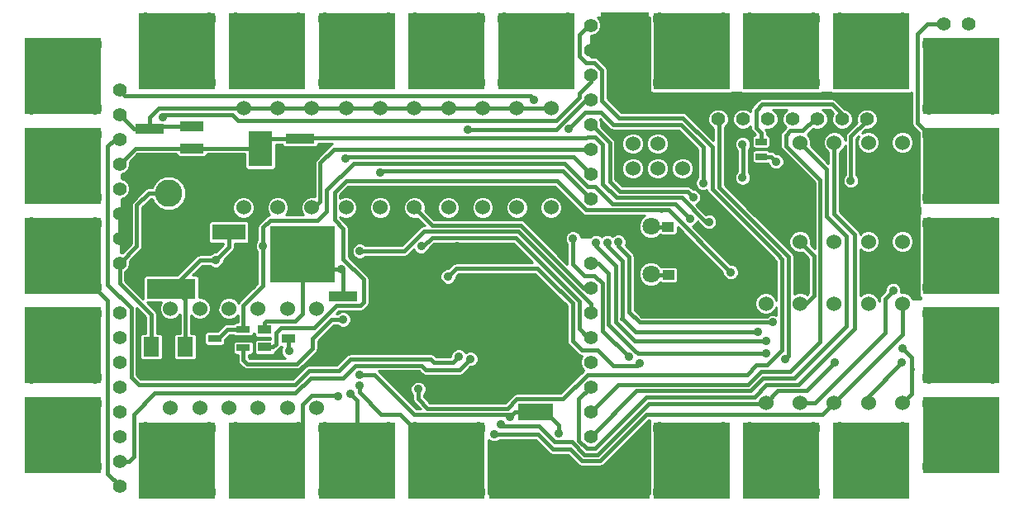
<source format=gbl>
G04 (created by PCBNEW (2013-feb-26)-stable) date sam. 27 avril 2013 23:09:49 CEST*
%MOIN*%
G04 Gerber Fmt 3.4, Leading zero omitted, Abs format*
%FSLAX34Y34*%
G01*
G70*
G90*
G04 APERTURE LIST*
%ADD10C,2.3622e-06*%
%ADD11R,0.0629921X0.0787402*%
%ADD12R,0.051748X0.036*%
%ADD13R,0.055148X0.0276*%
%ADD14R,0.11811X0.0393701*%
%ADD15R,0.19685X0.0787402*%
%ADD16R,0.095748X0.144*%
%ADD17R,0.095748X0.04*%
%ADD18R,0.133858X0.0629921*%
%ADD19R,0.259843X0.228346*%
%ADD20C,0.0708661*%
%ADD21R,0.045X0.0393701*%
%ADD22C,0.110236*%
%ADD23C,0.055*%
%ADD24C,0.06*%
%ADD25R,0.649606X0.0748031*%
%ADD26R,0.19685X0.0748031*%
%ADD27R,0.045X0.025*%
%ADD28R,0.14X0.07*%
%ADD29R,0.311024X0.311024*%
%ADD30C,0.035*%
%ADD31C,0.0157*%
%ADD32C,0.01*%
G04 APERTURE END LIST*
G54D10*
G54D11*
X28090Y-38208D03*
X29468Y-38208D03*
G54D12*
X32670Y-37524D03*
X32670Y-38224D03*
X33628Y-37874D03*
G54D13*
X30641Y-37874D03*
X31799Y-38249D03*
X31799Y-37499D03*
G54D14*
X35807Y-36161D03*
X35807Y-37736D03*
X28031Y-29409D03*
X28031Y-30984D03*
X34094Y-29803D03*
X34094Y-31377D03*
G54D15*
X28897Y-35866D03*
X28897Y-33110D03*
G54D16*
X32481Y-30196D03*
G54D17*
X29723Y-30196D03*
X29723Y-29296D03*
X29723Y-31096D03*
G54D18*
X31220Y-33588D03*
G54D19*
X34204Y-34488D03*
G54D18*
X31220Y-35388D03*
G54D20*
X48248Y-33350D03*
X48248Y-35271D03*
G54D21*
X48956Y-35310D03*
X48956Y-35910D03*
X48937Y-33361D03*
X48937Y-33961D03*
G54D22*
X30177Y-32007D03*
X28799Y-32007D03*
G54D23*
X61051Y-25177D03*
X60051Y-25177D03*
G54D24*
X34763Y-40661D03*
X34763Y-36661D03*
X33582Y-40661D03*
X33582Y-36661D03*
X32401Y-40661D03*
X32401Y-36661D03*
X31220Y-40661D03*
X31220Y-36661D03*
X30039Y-40661D03*
X30039Y-36661D03*
X28858Y-40661D03*
X28858Y-36661D03*
G54D25*
X44940Y-43976D03*
G54D23*
X47362Y-43188D03*
G54D26*
X47196Y-25078D03*
G54D23*
X47362Y-26653D03*
X45810Y-41827D03*
X45810Y-40827D03*
X45810Y-39827D03*
X45810Y-38827D03*
X45810Y-37827D03*
X45810Y-36827D03*
X45810Y-35827D03*
X45810Y-34827D03*
X45810Y-32227D03*
X45810Y-31227D03*
X45810Y-30227D03*
X45810Y-29227D03*
X45810Y-28227D03*
X45810Y-27227D03*
X45810Y-26227D03*
X45810Y-25227D03*
X26810Y-34827D03*
X26810Y-33827D03*
X26810Y-32827D03*
X26810Y-31827D03*
X26810Y-30827D03*
X26810Y-29827D03*
X26810Y-28827D03*
X26810Y-27827D03*
X26810Y-43827D03*
X26810Y-42827D03*
X26810Y-41827D03*
X26810Y-40827D03*
X26810Y-39827D03*
X26810Y-38827D03*
X26810Y-37827D03*
X26810Y-36827D03*
G54D24*
X47517Y-31007D03*
X47517Y-30007D03*
X48517Y-31007D03*
X48517Y-30007D03*
X49517Y-31007D03*
X49517Y-30007D03*
X37322Y-28590D03*
X37322Y-32590D03*
X52874Y-36464D03*
X52874Y-40464D03*
X54251Y-36464D03*
X54251Y-40464D03*
X57007Y-36464D03*
X57007Y-40464D03*
X58385Y-36464D03*
X58385Y-40464D03*
X55629Y-40464D03*
X55629Y-36464D03*
X58385Y-33968D03*
X58385Y-29968D03*
X57007Y-33968D03*
X57007Y-29968D03*
X55629Y-33968D03*
X55629Y-29968D03*
X54251Y-33968D03*
X54251Y-29968D03*
X44212Y-28590D03*
X44212Y-32590D03*
X41456Y-28590D03*
X41456Y-32590D03*
X40078Y-28590D03*
X40078Y-32590D03*
X38700Y-28590D03*
X38700Y-32590D03*
X31811Y-28590D03*
X31811Y-32590D03*
X33188Y-28590D03*
X33188Y-32590D03*
X34566Y-28590D03*
X34566Y-32590D03*
X42834Y-28590D03*
X42834Y-32590D03*
X35944Y-28590D03*
X35944Y-32590D03*
G54D27*
X52687Y-29927D03*
X52687Y-30527D03*
G54D23*
X57948Y-29015D03*
X56948Y-29015D03*
X55948Y-29015D03*
X54948Y-29015D03*
X53948Y-29015D03*
X52948Y-29015D03*
X51948Y-29015D03*
X50948Y-29015D03*
G54D28*
X43602Y-40848D03*
X43602Y-39348D03*
G54D29*
X43610Y-26259D03*
G54D23*
X42330Y-24980D03*
X44889Y-24980D03*
X42330Y-27539D03*
X44889Y-27539D03*
G54D29*
X39999Y-26259D03*
G54D23*
X38720Y-24980D03*
X41279Y-24980D03*
X38720Y-27539D03*
X41279Y-27539D03*
G54D29*
X39999Y-42795D03*
G54D23*
X41279Y-44075D03*
X38720Y-44075D03*
X41279Y-41516D03*
X38720Y-41516D03*
G54D29*
X36377Y-42795D03*
G54D23*
X37657Y-44075D03*
X35098Y-44075D03*
X37657Y-41516D03*
X35098Y-41516D03*
G54D29*
X29133Y-42795D03*
G54D23*
X30413Y-44075D03*
X27854Y-44075D03*
X30413Y-41516D03*
X27854Y-41516D03*
G54D29*
X24527Y-41771D03*
G54D23*
X23248Y-43051D03*
X23248Y-40492D03*
X25807Y-43051D03*
X25807Y-40492D03*
G54D29*
X24527Y-38149D03*
G54D23*
X23248Y-39429D03*
X23248Y-36870D03*
X25807Y-39429D03*
X25807Y-36870D03*
G54D29*
X24527Y-34527D03*
G54D23*
X23248Y-35807D03*
X23248Y-33248D03*
X25807Y-35807D03*
X25807Y-33248D03*
G54D29*
X24527Y-30905D03*
G54D23*
X23248Y-32185D03*
X23248Y-29626D03*
X25807Y-32185D03*
X25807Y-29626D03*
G54D29*
X36377Y-26259D03*
G54D23*
X35098Y-24980D03*
X37657Y-24980D03*
X35098Y-27539D03*
X37657Y-27539D03*
G54D29*
X49881Y-26259D03*
G54D23*
X48602Y-24980D03*
X51161Y-24980D03*
X48602Y-27539D03*
X51161Y-27539D03*
G54D29*
X53503Y-26259D03*
G54D23*
X52224Y-24980D03*
X54783Y-24980D03*
X52224Y-27539D03*
X54783Y-27539D03*
G54D29*
X57125Y-26259D03*
G54D23*
X55846Y-24980D03*
X58405Y-24980D03*
X55846Y-27539D03*
X58405Y-27539D03*
G54D29*
X60747Y-27283D03*
G54D23*
X62027Y-26004D03*
X62027Y-28563D03*
X59468Y-26004D03*
X59468Y-28563D03*
G54D29*
X60747Y-30905D03*
G54D23*
X62027Y-29626D03*
X62027Y-32185D03*
X59468Y-29626D03*
X59468Y-32185D03*
G54D29*
X60747Y-34527D03*
G54D23*
X62027Y-33248D03*
X62027Y-35807D03*
X59468Y-33248D03*
X59468Y-35807D03*
G54D29*
X60747Y-38149D03*
G54D23*
X62027Y-36870D03*
X62027Y-39429D03*
X59468Y-36870D03*
X59468Y-39429D03*
G54D29*
X60747Y-41771D03*
G54D23*
X62027Y-40492D03*
X62027Y-43051D03*
X59468Y-40492D03*
X59468Y-43051D03*
G54D29*
X57125Y-42795D03*
G54D23*
X58405Y-44075D03*
X55846Y-44075D03*
X58405Y-41516D03*
X55846Y-41516D03*
G54D29*
X53503Y-42795D03*
G54D23*
X54783Y-44075D03*
X52224Y-44075D03*
X54783Y-41516D03*
X52224Y-41516D03*
G54D29*
X49881Y-42795D03*
G54D23*
X51161Y-44075D03*
X48602Y-44075D03*
X51161Y-41516D03*
X48602Y-41516D03*
G54D29*
X32755Y-42795D03*
G54D23*
X34035Y-44075D03*
X31476Y-44075D03*
X34035Y-41516D03*
X31476Y-41516D03*
G54D29*
X32755Y-26259D03*
G54D23*
X31476Y-24980D03*
X34035Y-24980D03*
X31476Y-27539D03*
X34035Y-27539D03*
G54D29*
X29133Y-26259D03*
G54D23*
X27854Y-24980D03*
X30413Y-24980D03*
X27854Y-27539D03*
X30413Y-27539D03*
G54D29*
X24527Y-27283D03*
G54D23*
X23248Y-28563D03*
X23248Y-26004D03*
X25807Y-28563D03*
X25807Y-26004D03*
G54D30*
X35826Y-37106D03*
X51937Y-31377D03*
X56299Y-31496D03*
X51937Y-30027D03*
X41929Y-41732D03*
X30688Y-34704D03*
X35748Y-35078D03*
X36476Y-39783D03*
X36122Y-40118D03*
X35610Y-40196D03*
X38858Y-39921D03*
X49940Y-32165D03*
X40857Y-29427D03*
X28543Y-28937D03*
X47342Y-38622D03*
X45098Y-33838D03*
X38976Y-34153D03*
X36497Y-34347D03*
X52893Y-38484D03*
X55669Y-38838D03*
X42204Y-41338D03*
X37322Y-31161D03*
X35925Y-30610D03*
X58011Y-35925D03*
X58366Y-38838D03*
X52559Y-37598D03*
X46476Y-33996D03*
X53169Y-37224D03*
X46929Y-33976D03*
X58385Y-38287D03*
X46023Y-33996D03*
X52874Y-37972D03*
X50354Y-31594D03*
X44921Y-29409D03*
X43537Y-28227D03*
X47795Y-38877D03*
X40059Y-35374D03*
X53661Y-38700D03*
X40964Y-38700D03*
X40492Y-38602D03*
X53287Y-30728D03*
X33641Y-38385D03*
X36476Y-39330D03*
X44507Y-41692D03*
X42559Y-41043D03*
X50575Y-33164D03*
X41122Y-35846D03*
X36279Y-36909D03*
X38917Y-37657D03*
X56988Y-32657D03*
X54271Y-31850D03*
X54251Y-35196D03*
X57440Y-35984D03*
X52874Y-35787D03*
X52598Y-34429D03*
X36496Y-32933D03*
X34586Y-30531D03*
X53129Y-33405D03*
X49586Y-33858D03*
X44724Y-37440D03*
X40433Y-34153D03*
X42508Y-39477D03*
X32598Y-34133D03*
X49822Y-33031D03*
X51456Y-35196D03*
G54D31*
X35826Y-37106D02*
X35352Y-37106D01*
X34586Y-37872D02*
X34586Y-38267D01*
X35352Y-37106D02*
X34586Y-37872D01*
X33011Y-38897D02*
X33956Y-38897D01*
X33956Y-38897D02*
X34586Y-38267D01*
X31799Y-38748D02*
X31799Y-38249D01*
X31948Y-38897D02*
X31799Y-38748D01*
X33011Y-38897D02*
X31948Y-38897D01*
X51948Y-31366D02*
X51937Y-31377D01*
X51948Y-30027D02*
X51948Y-31366D01*
X51937Y-30027D02*
X51948Y-30027D01*
X51299Y-40944D02*
X49251Y-40944D01*
X55149Y-40944D02*
X55629Y-40464D01*
X51299Y-40944D02*
X55149Y-40944D01*
X49251Y-40944D02*
X48048Y-40944D01*
X58385Y-36464D02*
X58385Y-37708D01*
X58385Y-37708D02*
X55629Y-40464D01*
X56948Y-29015D02*
X56948Y-29074D01*
X56299Y-29724D02*
X56299Y-31496D01*
X56948Y-29074D02*
X56299Y-29724D01*
X31811Y-28590D02*
X28377Y-28590D01*
X28031Y-28937D02*
X28031Y-29409D01*
X28377Y-28590D02*
X28031Y-28937D01*
X29723Y-29296D02*
X28144Y-29296D01*
X28144Y-29296D02*
X28031Y-29409D01*
X28031Y-29409D02*
X27392Y-29409D01*
X27392Y-29409D02*
X26810Y-28827D01*
X34566Y-28590D02*
X33188Y-28590D01*
X33188Y-28590D02*
X31811Y-28590D01*
X54251Y-36464D02*
X54480Y-36464D01*
X54818Y-34534D02*
X54251Y-33968D01*
X54818Y-36126D02*
X54818Y-34534D01*
X54480Y-36464D02*
X54818Y-36126D01*
X35944Y-28590D02*
X34566Y-28590D01*
X37322Y-28590D02*
X35944Y-28590D01*
X38700Y-28590D02*
X37322Y-28590D01*
X40078Y-28590D02*
X38700Y-28590D01*
X41456Y-28590D02*
X40078Y-28590D01*
X42834Y-28590D02*
X41456Y-28590D01*
X44212Y-28590D02*
X42834Y-28590D01*
X42224Y-41732D02*
X41929Y-41732D01*
X48048Y-40944D02*
X46184Y-42808D01*
X44291Y-42342D02*
X44983Y-42342D01*
X45449Y-42808D02*
X46184Y-42808D01*
X44983Y-42342D02*
X45449Y-42808D01*
X43681Y-41732D02*
X44291Y-42342D01*
X42224Y-41732D02*
X43681Y-41732D01*
X29468Y-38208D02*
X29468Y-36299D01*
X29035Y-35866D02*
X28897Y-35866D01*
X29468Y-36299D02*
X29035Y-35866D01*
X30688Y-34704D02*
X30059Y-34704D01*
X30059Y-34704D02*
X28897Y-35866D01*
X31220Y-34173D02*
X31220Y-33588D01*
X30688Y-34704D02*
X31220Y-34173D01*
X32670Y-37524D02*
X32670Y-37230D01*
X32736Y-37165D02*
X33897Y-37165D01*
X32670Y-37230D02*
X32736Y-37165D01*
X35807Y-36161D02*
X35807Y-35137D01*
X35807Y-35137D02*
X35748Y-35078D01*
X35748Y-35078D02*
X34795Y-35078D01*
X34795Y-35078D02*
X34204Y-34488D01*
X34173Y-36889D02*
X34173Y-34519D01*
X33897Y-37165D02*
X34173Y-36889D01*
X34173Y-34519D02*
X34204Y-34488D01*
X34307Y-34385D02*
X34204Y-34488D01*
X34307Y-34385D02*
X34204Y-34488D01*
X37657Y-40930D02*
X37367Y-40930D01*
X38134Y-40930D02*
X39999Y-42795D01*
X38090Y-40930D02*
X38134Y-40930D01*
X38090Y-40930D02*
X38011Y-40930D01*
X38011Y-40930D02*
X37657Y-40930D01*
X36476Y-40039D02*
X36476Y-39783D01*
X37367Y-40930D02*
X36476Y-40039D01*
X36377Y-42795D02*
X36377Y-40373D01*
X36377Y-40373D02*
X36122Y-40118D01*
X34940Y-40177D02*
X34547Y-40177D01*
X34547Y-40177D02*
X34177Y-40546D01*
X34940Y-40177D02*
X35590Y-40177D01*
X35590Y-40177D02*
X35610Y-40196D01*
X32755Y-42795D02*
X34177Y-41373D01*
X34177Y-40546D02*
X34177Y-41373D01*
X52598Y-38956D02*
X52913Y-38956D01*
X52913Y-38956D02*
X53530Y-38340D01*
X53530Y-34671D02*
X53346Y-34488D01*
X53530Y-38340D02*
X53530Y-34671D01*
X52598Y-38956D02*
X52500Y-38956D01*
X39632Y-40695D02*
X39238Y-40695D01*
X38858Y-40314D02*
X38858Y-39921D01*
X39238Y-40695D02*
X38858Y-40314D01*
X39803Y-40695D02*
X39632Y-40695D01*
X40236Y-40695D02*
X39803Y-40695D01*
X52129Y-39327D02*
X52500Y-38956D01*
X45672Y-39327D02*
X51456Y-39327D01*
X51456Y-39327D02*
X52129Y-39327D01*
X40236Y-40695D02*
X42454Y-40695D01*
X42454Y-40695D02*
X42834Y-40314D01*
X42834Y-40314D02*
X44685Y-40314D01*
X44685Y-40314D02*
X45672Y-39327D01*
X46958Y-28966D02*
X49537Y-28966D01*
X49537Y-28966D02*
X50620Y-30049D01*
X50620Y-30049D02*
X50708Y-30137D01*
X46259Y-28267D02*
X46259Y-27027D01*
X46958Y-28966D02*
X46259Y-28267D01*
X50708Y-30137D02*
X50708Y-31515D01*
X45737Y-25227D02*
X45357Y-25607D01*
X45617Y-26727D02*
X45959Y-26727D01*
X45959Y-26727D02*
X46259Y-27027D01*
X45810Y-25227D02*
X45737Y-25227D01*
X45357Y-26467D02*
X45617Y-26727D01*
X45357Y-25607D02*
X45357Y-26467D01*
X50708Y-31614D02*
X50708Y-31515D01*
X53346Y-34488D02*
X50708Y-31850D01*
X50708Y-31850D02*
X50708Y-31614D01*
X56116Y-35944D02*
X56116Y-37387D01*
X56116Y-37387D02*
X54028Y-39475D01*
X54028Y-39475D02*
X52768Y-39475D01*
X52266Y-39978D02*
X51914Y-39978D01*
X52768Y-39475D02*
X52266Y-39978D01*
X55317Y-31033D02*
X54251Y-29968D01*
X55317Y-32954D02*
X55317Y-31033D01*
X56116Y-33753D02*
X55317Y-32954D01*
X56116Y-35944D02*
X56116Y-33753D01*
X51914Y-39978D02*
X47660Y-39978D01*
X47660Y-39978D02*
X45810Y-41827D01*
X55067Y-36181D02*
X55067Y-38003D01*
X55067Y-38003D02*
X53858Y-39212D01*
X51692Y-39728D02*
X52161Y-39728D01*
X52161Y-39728D02*
X52677Y-39212D01*
X53681Y-29665D02*
X53858Y-29488D01*
X54948Y-29015D02*
X54842Y-29015D01*
X54370Y-29488D02*
X53858Y-29488D01*
X54842Y-29015D02*
X54370Y-29488D01*
X55067Y-36181D02*
X55067Y-31484D01*
X55067Y-31484D02*
X53681Y-30098D01*
X53681Y-30098D02*
X53681Y-29665D01*
X53858Y-39212D02*
X52677Y-39212D01*
X51692Y-39728D02*
X46909Y-39728D01*
X46909Y-39728D02*
X45810Y-40827D01*
X34566Y-32590D02*
X34659Y-32590D01*
X35461Y-30227D02*
X35826Y-30227D01*
X34901Y-30787D02*
X35461Y-30227D01*
X34901Y-32348D02*
X34901Y-30787D01*
X34659Y-32590D02*
X34901Y-32348D01*
X45810Y-30227D02*
X35826Y-30227D01*
X45810Y-29227D02*
X45841Y-29227D01*
X49737Y-31941D02*
X49940Y-32165D01*
X46988Y-31941D02*
X49737Y-31941D01*
X46574Y-31528D02*
X46988Y-31941D01*
X46574Y-29960D02*
X46574Y-31528D01*
X45841Y-29227D02*
X46574Y-29960D01*
X43562Y-29427D02*
X44411Y-29427D01*
X45611Y-28227D02*
X45810Y-28227D01*
X44411Y-29427D02*
X45611Y-28227D01*
X40857Y-29427D02*
X41557Y-29427D01*
X41957Y-29427D02*
X41557Y-29427D01*
X41557Y-29427D02*
X41397Y-29427D01*
X41397Y-29427D02*
X40857Y-29427D01*
X43562Y-29427D02*
X41957Y-29427D01*
X41957Y-29427D02*
X41397Y-29427D01*
X43661Y-29067D02*
X44416Y-29067D01*
X45354Y-28129D02*
X45354Y-27971D01*
X44416Y-29067D02*
X45354Y-28129D01*
X29724Y-28840D02*
X28640Y-28840D01*
X28640Y-28840D02*
X28543Y-28937D01*
X29724Y-28840D02*
X31359Y-28840D01*
X32086Y-29067D02*
X31653Y-29067D01*
X40984Y-29067D02*
X43661Y-29067D01*
X40984Y-29067D02*
X32086Y-29067D01*
X45810Y-27227D02*
X45810Y-27514D01*
X45810Y-27514D02*
X45354Y-27971D01*
X31653Y-29067D02*
X31587Y-29067D01*
X31359Y-28840D02*
X31587Y-29067D01*
X26810Y-43800D02*
X26337Y-43327D01*
X26337Y-43327D02*
X26337Y-36337D01*
X26810Y-43827D02*
X26810Y-43800D01*
X26337Y-36337D02*
X24527Y-34527D01*
X56456Y-36082D02*
X56456Y-37460D01*
X56456Y-37460D02*
X54179Y-39738D01*
X51377Y-40227D02*
X52410Y-40227D01*
X45649Y-42302D02*
X45338Y-41992D01*
X45984Y-42302D02*
X48059Y-40227D01*
X45338Y-41992D02*
X45338Y-40299D01*
X45338Y-40299D02*
X45810Y-39827D01*
X45984Y-42302D02*
X45649Y-42302D01*
X48059Y-40227D02*
X51377Y-40227D01*
X52410Y-40227D02*
X52899Y-39738D01*
X52899Y-39738D02*
X54179Y-39738D01*
X56456Y-33661D02*
X56456Y-36082D01*
X55629Y-29968D02*
X55629Y-32834D01*
X55629Y-32834D02*
X56456Y-33661D01*
X46284Y-37224D02*
X46284Y-37564D01*
X46284Y-37564D02*
X47342Y-38622D01*
X46284Y-36791D02*
X46284Y-37224D01*
X46284Y-35647D02*
X46284Y-35654D01*
X45098Y-34881D02*
X45098Y-33838D01*
X45544Y-35327D02*
X45098Y-34881D01*
X46284Y-35654D02*
X45957Y-35327D01*
X45957Y-35327D02*
X45544Y-35327D01*
X46284Y-36791D02*
X46284Y-35647D01*
X60051Y-25177D02*
X59389Y-25177D01*
X59389Y-25177D02*
X58987Y-25579D01*
X60747Y-30905D02*
X60715Y-30905D01*
X58987Y-29177D02*
X58987Y-25579D01*
X60715Y-30905D02*
X58987Y-29177D01*
X39409Y-33799D02*
X42774Y-33799D01*
X45810Y-37827D02*
X45701Y-37827D01*
X45347Y-36372D02*
X42774Y-33799D01*
X45347Y-37473D02*
X45347Y-36372D01*
X45701Y-37827D02*
X45347Y-37473D01*
X39055Y-34153D02*
X39409Y-33799D01*
X38976Y-34153D02*
X39055Y-34153D01*
X36497Y-34347D02*
X38290Y-34347D01*
X38290Y-34347D02*
X39088Y-33549D01*
X39088Y-33549D02*
X42877Y-33549D01*
X42877Y-33549D02*
X45810Y-36482D01*
X45810Y-36482D02*
X45810Y-36827D01*
X39410Y-33300D02*
X42980Y-33300D01*
X45508Y-35827D02*
X45810Y-35827D01*
X42980Y-33300D02*
X45508Y-35827D01*
X39410Y-33300D02*
X38700Y-32590D01*
X52893Y-38484D02*
X47707Y-38484D01*
X47707Y-38484D02*
X47569Y-38346D01*
X54520Y-39987D02*
X55669Y-38838D01*
X53779Y-39987D02*
X54212Y-39987D01*
X53351Y-39987D02*
X52874Y-40464D01*
X53779Y-39987D02*
X53351Y-39987D01*
X54212Y-39987D02*
X54520Y-39987D01*
X46107Y-34827D02*
X46534Y-35254D01*
X47569Y-38346D02*
X46534Y-37311D01*
X46534Y-35254D02*
X46534Y-37311D01*
X45810Y-34827D02*
X46107Y-34827D01*
X49770Y-40492D02*
X52846Y-40492D01*
X52846Y-40492D02*
X52874Y-40464D01*
X48148Y-40492D02*
X49770Y-40492D01*
X46081Y-42559D02*
X48148Y-40492D01*
X45552Y-42559D02*
X46081Y-42559D01*
X42263Y-41397D02*
X43720Y-41397D01*
X42204Y-41338D02*
X42263Y-41397D01*
X44586Y-42047D02*
X45040Y-42047D01*
X45040Y-42047D02*
X45552Y-42559D01*
X43720Y-41397D02*
X44370Y-42047D01*
X44370Y-42047D02*
X44586Y-42047D01*
X37322Y-31161D02*
X37381Y-31102D01*
X44685Y-31102D02*
X45810Y-32227D01*
X37381Y-31102D02*
X44685Y-31102D01*
X37224Y-30531D02*
X36003Y-30531D01*
X45114Y-30531D02*
X45810Y-31227D01*
X37224Y-30531D02*
X45114Y-30531D01*
X36003Y-30531D02*
X35925Y-30610D01*
X57677Y-36751D02*
X57677Y-36259D01*
X54850Y-40464D02*
X54251Y-40464D01*
X57677Y-37637D02*
X54850Y-40464D01*
X57677Y-36751D02*
X57677Y-37637D01*
X57677Y-36259D02*
X58011Y-35925D01*
X57007Y-40196D02*
X57007Y-40464D01*
X58366Y-38838D02*
X57007Y-40196D01*
X52559Y-37598D02*
X47631Y-37598D01*
X47631Y-37598D02*
X47097Y-37064D01*
X47097Y-37064D02*
X47069Y-37064D01*
X47069Y-37064D02*
X47097Y-37064D01*
X47097Y-34755D02*
X46476Y-34133D01*
X46476Y-34133D02*
X46476Y-33996D01*
X47097Y-37064D02*
X47097Y-34755D01*
X53169Y-37224D02*
X51751Y-37224D01*
X53169Y-37224D02*
X51909Y-37224D01*
X51043Y-37224D02*
X51751Y-37224D01*
X51043Y-37224D02*
X47775Y-37224D01*
X47775Y-37224D02*
X47357Y-36806D01*
X47357Y-34582D02*
X47357Y-36806D01*
X46929Y-34153D02*
X47357Y-34582D01*
X46929Y-33976D02*
X46929Y-34153D01*
X51751Y-37224D02*
X51909Y-37224D01*
X58779Y-39094D02*
X58740Y-39094D01*
X58740Y-39055D02*
X58779Y-39094D01*
X58740Y-38641D02*
X58740Y-39055D01*
X58385Y-38287D02*
X58740Y-38641D01*
X58740Y-39094D02*
X58740Y-40110D01*
X58740Y-40110D02*
X58385Y-40464D01*
X52874Y-37972D02*
X47582Y-37972D01*
X47582Y-37972D02*
X46820Y-37209D01*
X46023Y-33996D02*
X46023Y-34153D01*
X46820Y-34949D02*
X46023Y-34153D01*
X46820Y-36023D02*
X46820Y-34949D01*
X46820Y-36023D02*
X46820Y-37209D01*
X50354Y-31397D02*
X50354Y-31594D01*
X46217Y-28727D02*
X45603Y-28727D01*
X45603Y-28727D02*
X44921Y-29409D01*
X46727Y-29237D02*
X49455Y-29237D01*
X50355Y-30137D02*
X50354Y-30137D01*
X49455Y-29237D02*
X50355Y-30137D01*
X46727Y-29237D02*
X46217Y-28727D01*
X50354Y-31397D02*
X50354Y-30137D01*
X43537Y-28227D02*
X43537Y-28217D01*
X43537Y-28217D02*
X43397Y-28077D01*
X26810Y-27850D02*
X27037Y-28077D01*
X43397Y-28077D02*
X27037Y-28077D01*
X26810Y-27850D02*
X26810Y-27827D01*
X43248Y-35039D02*
X40393Y-35039D01*
X40393Y-35039D02*
X40059Y-35374D01*
X43661Y-35039D02*
X43996Y-35374D01*
X43248Y-35039D02*
X43661Y-35039D01*
X53779Y-37559D02*
X53779Y-38582D01*
X53779Y-38582D02*
X53661Y-38700D01*
X53779Y-34568D02*
X53661Y-34450D01*
X53779Y-37559D02*
X53779Y-34568D01*
X46712Y-38976D02*
X46082Y-38346D01*
X47696Y-38976D02*
X46712Y-38976D01*
X47795Y-38877D02*
X47696Y-38976D01*
X45688Y-38346D02*
X46082Y-38346D01*
X45551Y-38346D02*
X45688Y-38346D01*
X43996Y-35374D02*
X44094Y-35472D01*
X44094Y-35472D02*
X45078Y-36456D01*
X45452Y-38346D02*
X45551Y-38346D01*
X45078Y-37972D02*
X45452Y-38346D01*
X45078Y-36456D02*
X45078Y-37972D01*
X50984Y-31773D02*
X50984Y-31496D01*
X50984Y-31496D02*
X50984Y-29051D01*
X50984Y-29051D02*
X50948Y-29015D01*
X53661Y-34450D02*
X50984Y-31773D01*
X40059Y-39133D02*
X40531Y-39133D01*
X40531Y-39133D02*
X40964Y-38700D01*
X40059Y-39133D02*
X40059Y-39133D01*
X40059Y-39133D02*
X39153Y-39133D01*
X39153Y-39133D02*
X38983Y-38963D01*
X35807Y-39468D02*
X34507Y-39468D01*
X33888Y-40087D02*
X33554Y-40087D01*
X34507Y-39468D02*
X33888Y-40087D01*
X35807Y-39468D02*
X36311Y-38963D01*
X38983Y-38963D02*
X36311Y-38963D01*
X27177Y-42827D02*
X27377Y-42627D01*
X27377Y-40927D02*
X27377Y-42627D01*
X28217Y-40087D02*
X27377Y-40927D01*
X33554Y-40087D02*
X28217Y-40087D01*
X26810Y-42827D02*
X27177Y-42827D01*
X39724Y-38838D02*
X40255Y-38838D01*
X40255Y-38838D02*
X40492Y-38602D01*
X39488Y-38838D02*
X39363Y-38714D01*
X34960Y-39183D02*
X35658Y-39183D01*
X39363Y-38714D02*
X36128Y-38714D01*
X27850Y-39747D02*
X33420Y-39747D01*
X27277Y-36647D02*
X26338Y-35708D01*
X26338Y-35708D02*
X26338Y-30118D01*
X26810Y-29827D02*
X26629Y-29827D01*
X26629Y-29827D02*
X26338Y-30118D01*
X27577Y-39747D02*
X27277Y-39447D01*
X27277Y-39447D02*
X27277Y-36647D01*
X27850Y-39747D02*
X27577Y-39747D01*
X33541Y-39747D02*
X33420Y-39747D01*
X35658Y-39183D02*
X36128Y-38714D01*
X39724Y-38838D02*
X39488Y-38838D01*
X34439Y-39183D02*
X33875Y-39747D01*
X33875Y-39747D02*
X33541Y-39747D01*
X34960Y-39183D02*
X34439Y-39183D01*
X52687Y-30527D02*
X53086Y-30527D01*
X53086Y-30527D02*
X53287Y-30728D01*
X33628Y-37874D02*
X33628Y-38372D01*
X33628Y-38372D02*
X33641Y-38385D01*
X37086Y-39330D02*
X38700Y-40944D01*
X36476Y-39330D02*
X37086Y-39330D01*
X42460Y-40944D02*
X42559Y-41043D01*
X38700Y-40944D02*
X42460Y-40944D01*
X44507Y-41692D02*
X44507Y-41377D01*
X43978Y-40848D02*
X43602Y-40848D01*
X44507Y-41377D02*
X43978Y-40848D01*
X43602Y-40848D02*
X42753Y-40848D01*
X42753Y-40848D02*
X42559Y-41043D01*
X49173Y-32191D02*
X49474Y-32191D01*
X49474Y-32191D02*
X50448Y-33164D01*
X50448Y-33164D02*
X50575Y-33164D01*
X29723Y-30196D02*
X27441Y-30196D01*
X27441Y-30196D02*
X26810Y-30827D01*
X32481Y-30196D02*
X29723Y-30196D01*
X34094Y-29803D02*
X32874Y-29803D01*
X32874Y-29803D02*
X32481Y-30196D01*
X35433Y-29787D02*
X34110Y-29787D01*
X34110Y-29787D02*
X34094Y-29803D01*
X45983Y-29742D02*
X46299Y-30058D01*
X45627Y-29787D02*
X45672Y-29742D01*
X35433Y-29787D02*
X45627Y-29787D01*
X45983Y-29742D02*
X45672Y-29742D01*
X46299Y-31634D02*
X46856Y-32191D01*
X46856Y-32191D02*
X49173Y-32191D01*
X46299Y-30058D02*
X46299Y-31634D01*
X29723Y-30196D02*
X32481Y-30196D01*
X45810Y-26227D02*
X46404Y-26227D01*
X46404Y-26227D02*
X46830Y-26653D01*
X46830Y-26653D02*
X47362Y-26653D01*
X28897Y-33110D02*
X29074Y-33110D01*
X29074Y-33110D02*
X30177Y-32007D01*
X41122Y-35846D02*
X40767Y-35846D01*
X40767Y-35846D02*
X40472Y-36141D01*
X43681Y-36141D02*
X41889Y-36141D01*
X44724Y-37185D02*
X44724Y-37440D01*
X44724Y-37185D02*
X43681Y-36141D01*
X39488Y-37657D02*
X40374Y-37657D01*
X40374Y-37657D02*
X41427Y-36604D01*
X38917Y-37657D02*
X39488Y-37657D01*
X38917Y-37657D02*
X38917Y-36576D01*
X38917Y-36576D02*
X39351Y-36141D01*
X38917Y-37657D02*
X35885Y-37657D01*
X35885Y-37657D02*
X35807Y-37736D01*
X36259Y-36929D02*
X36259Y-37204D01*
X36279Y-36909D02*
X36259Y-36929D01*
X36181Y-37913D02*
X35807Y-37736D01*
X36259Y-37204D02*
X36259Y-37834D01*
X36259Y-37834D02*
X36181Y-37913D01*
X49517Y-30007D02*
X49460Y-30007D01*
X49862Y-31594D02*
X49997Y-31730D01*
X49330Y-31594D02*
X49862Y-31594D01*
X49015Y-31279D02*
X49330Y-31594D01*
X49015Y-30452D02*
X49015Y-31279D01*
X49460Y-30007D02*
X49015Y-30452D01*
X56988Y-32657D02*
X56988Y-32263D01*
X56988Y-32263D02*
X57716Y-31535D01*
X53129Y-32992D02*
X53129Y-33405D01*
X54271Y-31850D02*
X53129Y-32992D01*
X53129Y-33405D02*
X53129Y-33523D01*
X54251Y-34645D02*
X54251Y-35196D01*
X53129Y-33523D02*
X54251Y-34645D01*
X58937Y-34488D02*
X58937Y-34330D01*
X57440Y-35984D02*
X58937Y-34488D01*
X52598Y-34330D02*
X52598Y-34429D01*
X49997Y-31730D02*
X52598Y-34330D01*
X52874Y-35787D02*
X52874Y-34704D01*
X52874Y-34704D02*
X52598Y-34429D01*
X41417Y-36141D02*
X41397Y-36141D01*
X41427Y-36604D02*
X41505Y-36604D01*
X41505Y-36604D02*
X42508Y-37607D01*
X42508Y-37607D02*
X42508Y-39477D01*
X36830Y-33267D02*
X36830Y-33307D01*
X36496Y-32933D02*
X36830Y-33267D01*
X37657Y-31968D02*
X37244Y-31968D01*
X37244Y-31968D02*
X36830Y-32381D01*
X36830Y-32381D02*
X36830Y-33307D01*
X36830Y-33307D02*
X36117Y-34020D01*
X36723Y-35207D02*
X36117Y-34602D01*
X36117Y-34020D02*
X36117Y-34602D01*
X36992Y-35207D02*
X36723Y-35207D01*
X33188Y-31377D02*
X33740Y-31377D01*
X33740Y-31377D02*
X34586Y-30531D01*
X57716Y-31535D02*
X57755Y-31535D01*
X53129Y-33405D02*
X53129Y-33405D01*
X58937Y-32716D02*
X57755Y-31535D01*
X58937Y-34330D02*
X58937Y-32716D01*
X57755Y-29208D02*
X57948Y-29015D01*
X57755Y-31535D02*
X57755Y-29208D01*
X29723Y-31096D02*
X29723Y-31554D01*
X29723Y-31554D02*
X30177Y-32007D01*
X28031Y-30984D02*
X29611Y-30984D01*
X29611Y-30984D02*
X29723Y-31096D01*
X28031Y-30984D02*
X28031Y-31606D01*
X28031Y-31606D02*
X26810Y-32827D01*
X33188Y-31377D02*
X32152Y-31377D01*
X32152Y-31377D02*
X31797Y-31732D01*
X31653Y-33078D02*
X31975Y-33078D01*
X32013Y-35388D02*
X31220Y-35388D01*
X32204Y-35196D02*
X32013Y-35388D01*
X32204Y-33307D02*
X32204Y-35196D01*
X31975Y-33078D02*
X32204Y-33307D01*
X26810Y-32827D02*
X26810Y-33827D01*
X31797Y-31732D02*
X31213Y-32316D01*
X31653Y-33078D02*
X31621Y-33078D01*
X31213Y-32670D02*
X31213Y-32316D01*
X31621Y-33078D02*
X31213Y-32670D01*
X30177Y-32007D02*
X30905Y-32007D01*
X30905Y-32007D02*
X31213Y-32316D01*
X31213Y-32316D02*
X31213Y-32316D01*
X39724Y-34153D02*
X39471Y-34153D01*
X39471Y-34153D02*
X38417Y-35207D01*
X37215Y-35207D02*
X38417Y-35207D01*
X37215Y-35207D02*
X36992Y-35207D01*
X43090Y-31968D02*
X37657Y-31968D01*
X43937Y-33208D02*
X43464Y-32736D01*
X43937Y-33208D02*
X47263Y-33208D01*
X48016Y-33961D02*
X47263Y-33208D01*
X48937Y-33961D02*
X48016Y-33961D01*
X43464Y-32736D02*
X43464Y-32342D01*
X43464Y-32342D02*
X43090Y-31968D01*
X38417Y-35207D02*
X38691Y-35481D01*
X39351Y-36141D02*
X38691Y-35481D01*
X40728Y-36141D02*
X40472Y-36141D01*
X41122Y-36141D02*
X40728Y-36141D01*
X40472Y-36141D02*
X39351Y-36141D01*
X40433Y-34153D02*
X39724Y-34153D01*
X41427Y-36604D02*
X41889Y-36141D01*
X41889Y-36141D02*
X41397Y-36141D01*
X41397Y-36141D02*
X41122Y-36141D01*
X44724Y-37440D02*
X44724Y-38582D01*
X48937Y-33961D02*
X49483Y-33961D01*
X49483Y-33961D02*
X49586Y-33858D01*
X43958Y-39348D02*
X43602Y-39348D01*
X44724Y-38582D02*
X43958Y-39348D01*
X42508Y-39477D02*
X43473Y-39477D01*
X43473Y-39477D02*
X43602Y-39348D01*
X48956Y-35910D02*
X49424Y-35910D01*
X49424Y-35910D02*
X49586Y-35748D01*
X49586Y-35748D02*
X49586Y-33858D01*
X44940Y-43976D02*
X46574Y-43976D01*
X46574Y-43976D02*
X47362Y-43188D01*
X47362Y-26653D02*
X47362Y-25244D01*
X47362Y-25244D02*
X47196Y-25078D01*
X47362Y-25244D02*
X47196Y-25078D01*
X31799Y-37499D02*
X31799Y-36547D01*
X31799Y-36547D02*
X32598Y-35748D01*
X32598Y-34133D02*
X32598Y-35748D01*
X30641Y-37874D02*
X30787Y-37874D01*
X30787Y-37874D02*
X31162Y-37499D01*
X31162Y-37499D02*
X31799Y-37499D01*
X32598Y-34291D02*
X32598Y-34133D01*
X32598Y-34291D02*
X32598Y-33700D01*
X32598Y-33385D02*
X32598Y-33700D01*
X37283Y-30807D02*
X36240Y-30807D01*
X36240Y-30807D02*
X35157Y-31889D01*
X34803Y-33110D02*
X35157Y-32755D01*
X35157Y-32755D02*
X35157Y-31889D01*
X33346Y-33110D02*
X34803Y-33110D01*
X32874Y-33110D02*
X32598Y-33385D01*
X33346Y-33110D02*
X32874Y-33110D01*
X44744Y-30807D02*
X37283Y-30807D01*
X49232Y-32440D02*
X49822Y-33031D01*
X46673Y-32440D02*
X49232Y-32440D01*
X45972Y-31740D02*
X46673Y-32440D01*
X45677Y-31740D02*
X44744Y-30807D01*
X45677Y-31740D02*
X45972Y-31740D01*
X35905Y-36535D02*
X35570Y-36535D01*
X35570Y-36535D02*
X34665Y-37440D01*
X34665Y-37440D02*
X33307Y-37440D01*
X36220Y-36535D02*
X35905Y-36535D01*
X34665Y-37440D02*
X33307Y-37440D01*
X35570Y-36535D02*
X34665Y-37440D01*
X36653Y-36082D02*
X36653Y-35490D01*
X36653Y-35490D02*
X35826Y-34663D01*
X36653Y-36082D02*
X36653Y-36417D01*
X36653Y-36417D02*
X36535Y-36535D01*
X36535Y-36535D02*
X36220Y-36535D01*
X48661Y-32690D02*
X48149Y-32690D01*
X48661Y-32716D02*
X48661Y-32690D01*
X48687Y-32690D02*
X48661Y-32716D01*
X48950Y-32690D02*
X48687Y-32690D01*
X51456Y-35196D02*
X48950Y-32690D01*
X35826Y-34212D02*
X35826Y-34663D01*
X35826Y-34212D02*
X35826Y-33425D01*
X35826Y-33425D02*
X35472Y-33070D01*
X35472Y-31988D02*
X35472Y-33070D01*
X45623Y-32690D02*
X44448Y-31515D01*
X35944Y-31515D02*
X35472Y-31988D01*
X44448Y-31515D02*
X35944Y-31515D01*
X45807Y-32690D02*
X45623Y-32690D01*
X46062Y-32690D02*
X45807Y-32690D01*
X48149Y-32690D02*
X46062Y-32690D01*
X32996Y-38224D02*
X32670Y-38224D01*
X33307Y-37440D02*
X33110Y-37637D01*
X33110Y-37637D02*
X33110Y-38110D01*
X33110Y-38110D02*
X32996Y-38224D01*
X28090Y-38208D02*
X28090Y-36909D01*
X26810Y-35629D02*
X26810Y-34827D01*
X28090Y-36909D02*
X26810Y-35629D01*
X27500Y-32491D02*
X27500Y-34138D01*
X28799Y-32007D02*
X27983Y-32007D01*
X27500Y-34138D02*
X26810Y-34827D01*
X27983Y-32007D02*
X27500Y-32491D01*
X48937Y-33361D02*
X48259Y-33361D01*
X48259Y-33361D02*
X48248Y-33350D01*
X48956Y-35310D02*
X48286Y-35310D01*
X48286Y-35310D02*
X48248Y-35271D01*
X55948Y-29015D02*
X55948Y-28822D01*
X52687Y-29927D02*
X52687Y-29566D01*
X55948Y-28822D02*
X55544Y-28418D01*
X55544Y-28418D02*
X52722Y-28418D01*
X52722Y-28418D02*
X52480Y-28661D01*
X52480Y-28661D02*
X52480Y-29359D01*
X52480Y-29359D02*
X52687Y-29566D01*
G54D10*
G36*
X48194Y-41171D02*
X48178Y-41210D01*
X48178Y-41269D01*
X48178Y-44147D01*
X46053Y-44147D01*
X41703Y-44147D01*
X41703Y-41963D01*
X41745Y-42006D01*
X41864Y-42055D01*
X41993Y-42055D01*
X42112Y-42006D01*
X42159Y-41959D01*
X42224Y-41959D01*
X43587Y-41959D01*
X44130Y-42502D01*
X44204Y-42552D01*
X44291Y-42569D01*
X44889Y-42569D01*
X45288Y-42969D01*
X45288Y-42969D01*
X45362Y-43018D01*
X45449Y-43035D01*
X46053Y-43035D01*
X46184Y-43035D01*
X46271Y-43018D01*
X46345Y-42969D01*
X48142Y-41171D01*
X48194Y-41171D01*
X48194Y-41171D01*
G37*
G54D32*
X48194Y-41171D02*
X48178Y-41210D01*
X48178Y-41269D01*
X48178Y-44147D01*
X46053Y-44147D01*
X41703Y-44147D01*
X41703Y-41963D01*
X41745Y-42006D01*
X41864Y-42055D01*
X41993Y-42055D01*
X42112Y-42006D01*
X42159Y-41959D01*
X42224Y-41959D01*
X43587Y-41959D01*
X44130Y-42502D01*
X44204Y-42552D01*
X44291Y-42569D01*
X44889Y-42569D01*
X45288Y-42969D01*
X45288Y-42969D01*
X45362Y-43018D01*
X45449Y-43035D01*
X46053Y-43035D01*
X46184Y-43035D01*
X46271Y-43018D01*
X46345Y-42969D01*
X48142Y-41171D01*
X48194Y-41171D01*
G54D10*
G36*
X53303Y-36929D02*
X53233Y-36901D01*
X53105Y-36900D01*
X52986Y-36950D01*
X52938Y-36997D01*
X51909Y-36997D01*
X51751Y-36997D01*
X51043Y-36997D01*
X49330Y-36997D01*
X49330Y-35477D01*
X49330Y-35083D01*
X49307Y-35029D01*
X49265Y-34987D01*
X49211Y-34964D01*
X49152Y-34964D01*
X48702Y-34964D01*
X48666Y-34979D01*
X48533Y-34845D01*
X48348Y-34768D01*
X48148Y-34768D01*
X47963Y-34845D01*
X47822Y-34986D01*
X47745Y-35171D01*
X47745Y-35371D01*
X47821Y-35556D01*
X47962Y-35697D01*
X48147Y-35774D01*
X48347Y-35774D01*
X48532Y-35698D01*
X48622Y-35608D01*
X48647Y-35632D01*
X48702Y-35655D01*
X48761Y-35655D01*
X49211Y-35655D01*
X49265Y-35632D01*
X49307Y-35591D01*
X49330Y-35536D01*
X49330Y-35477D01*
X49330Y-36997D01*
X47869Y-36997D01*
X47584Y-36712D01*
X47584Y-34582D01*
X47584Y-34582D01*
X47567Y-34495D01*
X47518Y-34421D01*
X47518Y-34421D01*
X47218Y-34122D01*
X47252Y-34040D01*
X47252Y-33912D01*
X47203Y-33793D01*
X47112Y-33702D01*
X46993Y-33653D01*
X46865Y-33652D01*
X46746Y-33702D01*
X46692Y-33755D01*
X46659Y-33722D01*
X46540Y-33672D01*
X46412Y-33672D01*
X46293Y-33721D01*
X46250Y-33765D01*
X46207Y-33722D01*
X46088Y-33672D01*
X45959Y-33672D01*
X45840Y-33721D01*
X45793Y-33768D01*
X45419Y-33768D01*
X45372Y-33655D01*
X45281Y-33564D01*
X45163Y-33515D01*
X45034Y-33515D01*
X44915Y-33564D01*
X44824Y-33655D01*
X44775Y-33773D01*
X44774Y-33902D01*
X44824Y-34021D01*
X44871Y-34069D01*
X44871Y-34869D01*
X44661Y-34659D01*
X44661Y-32501D01*
X44592Y-32336D01*
X44466Y-32210D01*
X44302Y-32142D01*
X44123Y-32142D01*
X43958Y-32210D01*
X43832Y-32336D01*
X43764Y-32500D01*
X43764Y-32679D01*
X43832Y-32844D01*
X43958Y-32970D01*
X44123Y-33038D01*
X44301Y-33039D01*
X44466Y-32970D01*
X44592Y-32844D01*
X44660Y-32680D01*
X44661Y-32501D01*
X44661Y-34659D01*
X43283Y-33281D01*
X43283Y-32501D01*
X43215Y-32336D01*
X43088Y-32210D01*
X42924Y-32142D01*
X42745Y-32142D01*
X42580Y-32210D01*
X42454Y-32336D01*
X42386Y-32500D01*
X42386Y-32679D01*
X42454Y-32844D01*
X42580Y-32970D01*
X42745Y-33038D01*
X42923Y-33039D01*
X43088Y-32970D01*
X43214Y-32844D01*
X43282Y-32680D01*
X43283Y-32501D01*
X43283Y-33281D01*
X43141Y-33139D01*
X43067Y-33090D01*
X42980Y-33073D01*
X41905Y-33073D01*
X41905Y-32501D01*
X41837Y-32336D01*
X41711Y-32210D01*
X41546Y-32142D01*
X41367Y-32142D01*
X41203Y-32210D01*
X41076Y-32336D01*
X41008Y-32500D01*
X41008Y-32679D01*
X41076Y-32844D01*
X41202Y-32970D01*
X41367Y-33038D01*
X41545Y-33039D01*
X41710Y-32970D01*
X41836Y-32844D01*
X41905Y-32680D01*
X41905Y-32501D01*
X41905Y-33073D01*
X40527Y-33073D01*
X40527Y-32501D01*
X40459Y-32336D01*
X40333Y-32210D01*
X40168Y-32142D01*
X39989Y-32142D01*
X39825Y-32210D01*
X39698Y-32336D01*
X39630Y-32500D01*
X39630Y-32679D01*
X39698Y-32844D01*
X39824Y-32970D01*
X39989Y-33038D01*
X40167Y-33039D01*
X40332Y-32970D01*
X40458Y-32844D01*
X40527Y-32680D01*
X40527Y-32501D01*
X40527Y-33073D01*
X39504Y-33073D01*
X39138Y-32706D01*
X39149Y-32680D01*
X39149Y-32501D01*
X39081Y-32336D01*
X38955Y-32210D01*
X38790Y-32142D01*
X38611Y-32142D01*
X38447Y-32210D01*
X38320Y-32336D01*
X38252Y-32500D01*
X38252Y-32679D01*
X38320Y-32844D01*
X38446Y-32970D01*
X38611Y-33038D01*
X38789Y-33039D01*
X38817Y-33027D01*
X39112Y-33322D01*
X39088Y-33322D01*
X39001Y-33340D01*
X38927Y-33389D01*
X38196Y-34120D01*
X37771Y-34120D01*
X37771Y-32501D01*
X37703Y-32336D01*
X37577Y-32210D01*
X37412Y-32142D01*
X37234Y-32142D01*
X37069Y-32210D01*
X36942Y-32336D01*
X36874Y-32500D01*
X36874Y-32679D01*
X36942Y-32844D01*
X37068Y-32970D01*
X37233Y-33038D01*
X37411Y-33039D01*
X37576Y-32970D01*
X37702Y-32844D01*
X37771Y-32680D01*
X37771Y-32501D01*
X37771Y-34120D01*
X36728Y-34120D01*
X36681Y-34073D01*
X36562Y-34024D01*
X36433Y-34024D01*
X36314Y-34073D01*
X36223Y-34164D01*
X36174Y-34282D01*
X36174Y-34411D01*
X36223Y-34530D01*
X36314Y-34621D01*
X36433Y-34670D01*
X36561Y-34671D01*
X36680Y-34621D01*
X36728Y-34574D01*
X38290Y-34574D01*
X38377Y-34557D01*
X38450Y-34508D01*
X38678Y-34280D01*
X38702Y-34336D01*
X38792Y-34427D01*
X38911Y-34476D01*
X39040Y-34477D01*
X39159Y-34427D01*
X39250Y-34336D01*
X39291Y-34238D01*
X39503Y-34026D01*
X42680Y-34026D01*
X43466Y-34812D01*
X43248Y-34812D01*
X40393Y-34812D01*
X40306Y-34829D01*
X40233Y-34878D01*
X40061Y-35050D01*
X39995Y-35050D01*
X39876Y-35099D01*
X39785Y-35190D01*
X39735Y-35309D01*
X39735Y-35438D01*
X39784Y-35556D01*
X39875Y-35648D01*
X39994Y-35697D01*
X40123Y-35697D01*
X40242Y-35648D01*
X40333Y-35557D01*
X40382Y-35438D01*
X40382Y-35371D01*
X40487Y-35266D01*
X43248Y-35266D01*
X43567Y-35266D01*
X43835Y-35534D01*
X43835Y-35534D01*
X43835Y-35534D01*
X43934Y-35632D01*
X43934Y-35632D01*
X43934Y-35632D01*
X44851Y-36550D01*
X44851Y-37972D01*
X44869Y-38059D01*
X44918Y-38132D01*
X45292Y-38506D01*
X45292Y-38506D01*
X45341Y-38539D01*
X45365Y-38556D01*
X45365Y-38556D01*
X45452Y-38573D01*
X45452Y-38573D01*
X45466Y-38573D01*
X45452Y-38587D01*
X45387Y-38742D01*
X45387Y-38911D01*
X45451Y-39067D01*
X45535Y-39151D01*
X45535Y-39151D01*
X45511Y-39167D01*
X44591Y-40088D01*
X42834Y-40088D01*
X42747Y-40105D01*
X42674Y-40154D01*
X42360Y-40468D01*
X40236Y-40468D01*
X39803Y-40468D01*
X39632Y-40468D01*
X39332Y-40468D01*
X39085Y-40220D01*
X39085Y-40151D01*
X39132Y-40104D01*
X39181Y-39985D01*
X39181Y-39857D01*
X39132Y-39738D01*
X39041Y-39647D01*
X38922Y-39597D01*
X38794Y-39597D01*
X38675Y-39646D01*
X38584Y-39737D01*
X38534Y-39856D01*
X38534Y-39985D01*
X38583Y-40104D01*
X38631Y-40151D01*
X38631Y-40314D01*
X38648Y-40401D01*
X38697Y-40475D01*
X38940Y-40717D01*
X38794Y-40717D01*
X37267Y-39190D01*
X38889Y-39190D01*
X38993Y-39294D01*
X38993Y-39294D01*
X39022Y-39314D01*
X39066Y-39343D01*
X39153Y-39360D01*
X39153Y-39360D01*
X40059Y-39360D01*
X40531Y-39360D01*
X40618Y-39343D01*
X40691Y-39294D01*
X40962Y-39024D01*
X41028Y-39024D01*
X41147Y-38975D01*
X41238Y-38884D01*
X41287Y-38765D01*
X41288Y-38636D01*
X41238Y-38517D01*
X41148Y-38426D01*
X41029Y-38377D01*
X40900Y-38377D01*
X40781Y-38426D01*
X40772Y-38435D01*
X40766Y-38419D01*
X40675Y-38328D01*
X40556Y-38278D01*
X40428Y-38278D01*
X40309Y-38328D01*
X40218Y-38418D01*
X40168Y-38537D01*
X40168Y-38604D01*
X40161Y-38611D01*
X39724Y-38611D01*
X39582Y-38611D01*
X39524Y-38553D01*
X39450Y-38504D01*
X39363Y-38487D01*
X36128Y-38487D01*
X36041Y-38504D01*
X35967Y-38553D01*
X35564Y-38956D01*
X34960Y-38956D01*
X34439Y-38956D01*
X34352Y-38974D01*
X34328Y-38990D01*
X34279Y-39023D01*
X33781Y-39520D01*
X33541Y-39520D01*
X33420Y-39520D01*
X32530Y-39520D01*
X27850Y-39520D01*
X27671Y-39520D01*
X27504Y-39353D01*
X27504Y-36647D01*
X27504Y-36647D01*
X27503Y-36643D01*
X27863Y-37003D01*
X27863Y-37666D01*
X27746Y-37666D01*
X27691Y-37689D01*
X27649Y-37730D01*
X27627Y-37785D01*
X27627Y-37844D01*
X27627Y-38631D01*
X27649Y-38686D01*
X27691Y-38728D01*
X27745Y-38750D01*
X27804Y-38750D01*
X28434Y-38750D01*
X28489Y-38728D01*
X28531Y-38686D01*
X28553Y-38632D01*
X28553Y-38572D01*
X28553Y-37785D01*
X28531Y-37730D01*
X28489Y-37689D01*
X28435Y-37666D01*
X28376Y-37666D01*
X28317Y-37666D01*
X28317Y-36909D01*
X28300Y-36822D01*
X28251Y-36748D01*
X28251Y-36748D01*
X27910Y-36408D01*
X27942Y-36408D01*
X28477Y-36408D01*
X28409Y-36571D01*
X28409Y-36750D01*
X28477Y-36915D01*
X28603Y-37041D01*
X28768Y-37109D01*
X28947Y-37109D01*
X29111Y-37041D01*
X29238Y-36915D01*
X29241Y-36907D01*
X29241Y-37666D01*
X29124Y-37666D01*
X29069Y-37689D01*
X29027Y-37730D01*
X29005Y-37785D01*
X29005Y-37844D01*
X29005Y-38631D01*
X29027Y-38686D01*
X29069Y-38728D01*
X29123Y-38750D01*
X29182Y-38750D01*
X29812Y-38750D01*
X29867Y-38728D01*
X29909Y-38686D01*
X29931Y-38632D01*
X29931Y-38572D01*
X29931Y-37785D01*
X29909Y-37730D01*
X29867Y-37689D01*
X29813Y-37666D01*
X29754Y-37666D01*
X29695Y-37666D01*
X29695Y-36951D01*
X29785Y-37041D01*
X29949Y-37109D01*
X30128Y-37109D01*
X30293Y-37041D01*
X30419Y-36915D01*
X30487Y-36751D01*
X30487Y-36572D01*
X30419Y-36407D01*
X30293Y-36281D01*
X30128Y-36213D01*
X30030Y-36212D01*
X30030Y-35443D01*
X30007Y-35388D01*
X29966Y-35346D01*
X29911Y-35324D01*
X29852Y-35323D01*
X29760Y-35323D01*
X30153Y-34931D01*
X30458Y-34931D01*
X30505Y-34978D01*
X30624Y-35028D01*
X30753Y-35028D01*
X30871Y-34979D01*
X30963Y-34888D01*
X31012Y-34769D01*
X31012Y-34702D01*
X31380Y-34333D01*
X31430Y-34260D01*
X31447Y-34173D01*
X31447Y-34173D01*
X31447Y-34051D01*
X31919Y-34051D01*
X31973Y-34029D01*
X32015Y-33987D01*
X32038Y-33932D01*
X32038Y-33873D01*
X32038Y-33243D01*
X32015Y-33189D01*
X31973Y-33147D01*
X31919Y-33124D01*
X31860Y-33124D01*
X30521Y-33124D01*
X30467Y-33147D01*
X30425Y-33189D01*
X30402Y-33243D01*
X30402Y-33302D01*
X30402Y-33932D01*
X30425Y-33987D01*
X30466Y-34028D01*
X30521Y-34051D01*
X30580Y-34051D01*
X30993Y-34051D01*
X30993Y-34079D01*
X30691Y-34381D01*
X30624Y-34381D01*
X30506Y-34430D01*
X30458Y-34477D01*
X30059Y-34477D01*
X29972Y-34495D01*
X29898Y-34544D01*
X29118Y-35323D01*
X27883Y-35323D01*
X27829Y-35346D01*
X27787Y-35388D01*
X27764Y-35442D01*
X27764Y-35501D01*
X27764Y-36262D01*
X27037Y-35535D01*
X27037Y-35191D01*
X27050Y-35186D01*
X27169Y-35067D01*
X27234Y-34912D01*
X27234Y-34743D01*
X27228Y-34730D01*
X27660Y-34298D01*
X27660Y-34298D01*
X27693Y-34249D01*
X27709Y-34225D01*
X27709Y-34225D01*
X27726Y-34138D01*
X27726Y-34138D01*
X27726Y-32585D01*
X28077Y-32234D01*
X28136Y-32234D01*
X28205Y-32403D01*
X28402Y-32600D01*
X28659Y-32707D01*
X28937Y-32707D01*
X29194Y-32601D01*
X29391Y-32404D01*
X29498Y-32147D01*
X29498Y-31869D01*
X29392Y-31612D01*
X29196Y-31415D01*
X28938Y-31308D01*
X28660Y-31308D01*
X28403Y-31414D01*
X28206Y-31611D01*
X28135Y-31780D01*
X27983Y-31780D01*
X27896Y-31798D01*
X27872Y-31814D01*
X27822Y-31847D01*
X27339Y-32330D01*
X27290Y-32404D01*
X27273Y-32491D01*
X27273Y-34044D01*
X26907Y-34409D01*
X26895Y-34404D01*
X26871Y-34404D01*
X26874Y-32251D01*
X26894Y-32251D01*
X27050Y-32186D01*
X27169Y-32067D01*
X27234Y-31912D01*
X27234Y-31743D01*
X27169Y-31588D01*
X27050Y-31468D01*
X26895Y-31404D01*
X26875Y-31404D01*
X26875Y-31251D01*
X26894Y-31251D01*
X27050Y-31186D01*
X27169Y-31067D01*
X27234Y-30912D01*
X27234Y-30743D01*
X27228Y-30730D01*
X27535Y-30423D01*
X29096Y-30423D01*
X29096Y-30426D01*
X29118Y-30480D01*
X29160Y-30522D01*
X29215Y-30545D01*
X29274Y-30545D01*
X30231Y-30545D01*
X30286Y-30522D01*
X30328Y-30481D01*
X30350Y-30426D01*
X30350Y-30423D01*
X31853Y-30423D01*
X31853Y-30946D01*
X31876Y-31000D01*
X31918Y-31042D01*
X31972Y-31065D01*
X32031Y-31065D01*
X32989Y-31065D01*
X33043Y-31042D01*
X33085Y-31001D01*
X33108Y-30946D01*
X33108Y-30887D01*
X33108Y-30030D01*
X33355Y-30030D01*
X33378Y-30083D01*
X33419Y-30125D01*
X33474Y-30148D01*
X33533Y-30148D01*
X34714Y-30148D01*
X34769Y-30125D01*
X34810Y-30084D01*
X34833Y-30029D01*
X34833Y-30014D01*
X35391Y-30014D01*
X35374Y-30017D01*
X35300Y-30067D01*
X34741Y-30626D01*
X34691Y-30700D01*
X34674Y-30787D01*
X34674Y-32149D01*
X34656Y-32142D01*
X34478Y-32142D01*
X34313Y-32210D01*
X34186Y-32336D01*
X34118Y-32500D01*
X34118Y-32679D01*
X34186Y-32844D01*
X34225Y-32883D01*
X33530Y-32883D01*
X33568Y-32844D01*
X33637Y-32680D01*
X33637Y-32501D01*
X33569Y-32336D01*
X33443Y-32210D01*
X33278Y-32142D01*
X33100Y-32142D01*
X32935Y-32210D01*
X32809Y-32336D01*
X32740Y-32500D01*
X32740Y-32679D01*
X32808Y-32844D01*
X32851Y-32887D01*
X32787Y-32900D01*
X32713Y-32949D01*
X32437Y-33225D01*
X32388Y-33298D01*
X32371Y-33385D01*
X32371Y-33700D01*
X32371Y-33903D01*
X32324Y-33950D01*
X32275Y-34069D01*
X32274Y-34197D01*
X32324Y-34316D01*
X32371Y-34364D01*
X32371Y-35654D01*
X32259Y-35766D01*
X32259Y-32501D01*
X32191Y-32336D01*
X32065Y-32210D01*
X31900Y-32142D01*
X31722Y-32142D01*
X31557Y-32210D01*
X31431Y-32336D01*
X31362Y-32500D01*
X31362Y-32679D01*
X31430Y-32844D01*
X31556Y-32970D01*
X31721Y-33038D01*
X31899Y-33039D01*
X32064Y-32970D01*
X32190Y-32844D01*
X32259Y-32680D01*
X32259Y-32501D01*
X32259Y-35766D01*
X31638Y-36386D01*
X31609Y-36429D01*
X31600Y-36407D01*
X31474Y-36281D01*
X31310Y-36213D01*
X31131Y-36212D01*
X30966Y-36281D01*
X30840Y-36407D01*
X30772Y-36571D01*
X30771Y-36750D01*
X30840Y-36915D01*
X30966Y-37041D01*
X31130Y-37109D01*
X31309Y-37109D01*
X31474Y-37041D01*
X31572Y-36943D01*
X31572Y-37212D01*
X31494Y-37212D01*
X31439Y-37235D01*
X31402Y-37272D01*
X31162Y-37272D01*
X31075Y-37289D01*
X31001Y-37338D01*
X30752Y-37587D01*
X30336Y-37587D01*
X30282Y-37610D01*
X30240Y-37651D01*
X30217Y-37706D01*
X30217Y-37765D01*
X30217Y-38041D01*
X30240Y-38095D01*
X30281Y-38137D01*
X30336Y-38160D01*
X30395Y-38160D01*
X30946Y-38160D01*
X31001Y-38137D01*
X31043Y-38096D01*
X31065Y-38041D01*
X31065Y-37982D01*
X31065Y-37916D01*
X31256Y-37725D01*
X31402Y-37725D01*
X31439Y-37762D01*
X31493Y-37785D01*
X31552Y-37785D01*
X32104Y-37785D01*
X32158Y-37762D01*
X32200Y-37721D01*
X32214Y-37687D01*
X32263Y-37687D01*
X32263Y-37733D01*
X32286Y-37787D01*
X32327Y-37829D01*
X32382Y-37852D01*
X32441Y-37852D01*
X32530Y-37852D01*
X32883Y-37852D01*
X32883Y-37895D01*
X32530Y-37895D01*
X32382Y-37895D01*
X32328Y-37918D01*
X32286Y-37959D01*
X32263Y-38014D01*
X32263Y-38073D01*
X32263Y-38433D01*
X32286Y-38487D01*
X32327Y-38529D01*
X32382Y-38552D01*
X32441Y-38552D01*
X32530Y-38552D01*
X32959Y-38552D01*
X33013Y-38529D01*
X33055Y-38488D01*
X33077Y-38434D01*
X33083Y-38433D01*
X33156Y-38384D01*
X33270Y-38270D01*
X33270Y-38270D01*
X33319Y-38197D01*
X33320Y-38194D01*
X33339Y-38202D01*
X33367Y-38202D01*
X33318Y-38321D01*
X33318Y-38449D01*
X33367Y-38568D01*
X33458Y-38659D01*
X33484Y-38670D01*
X33011Y-38670D01*
X32530Y-38670D01*
X32042Y-38670D01*
X32026Y-38654D01*
X32026Y-38535D01*
X32104Y-38535D01*
X32158Y-38512D01*
X32200Y-38471D01*
X32223Y-38416D01*
X32223Y-38357D01*
X32223Y-38081D01*
X32200Y-38027D01*
X32159Y-37985D01*
X32104Y-37962D01*
X32045Y-37962D01*
X31494Y-37962D01*
X31439Y-37985D01*
X31397Y-38026D01*
X31375Y-38081D01*
X31375Y-38140D01*
X31375Y-38416D01*
X31397Y-38470D01*
X31439Y-38512D01*
X31493Y-38535D01*
X31552Y-38535D01*
X31572Y-38535D01*
X31572Y-38748D01*
X31589Y-38834D01*
X31638Y-38908D01*
X31788Y-39058D01*
X31861Y-39107D01*
X31948Y-39124D01*
X32530Y-39124D01*
X33011Y-39124D01*
X33956Y-39124D01*
X34043Y-39107D01*
X34117Y-39058D01*
X34747Y-38428D01*
X34747Y-38428D01*
X34796Y-38354D01*
X34813Y-38267D01*
X34813Y-38267D01*
X34813Y-37966D01*
X35446Y-37333D01*
X35596Y-37333D01*
X35643Y-37380D01*
X35762Y-37429D01*
X35890Y-37429D01*
X36009Y-37380D01*
X36100Y-37289D01*
X36150Y-37170D01*
X36150Y-37042D01*
X36101Y-36923D01*
X36010Y-36832D01*
X35891Y-36782D01*
X35762Y-36782D01*
X35643Y-36831D01*
X35596Y-36879D01*
X35547Y-36879D01*
X35664Y-36762D01*
X35905Y-36762D01*
X36220Y-36762D01*
X36535Y-36762D01*
X36622Y-36745D01*
X36695Y-36695D01*
X36814Y-36577D01*
X36863Y-36504D01*
X36880Y-36417D01*
X36880Y-36082D01*
X36880Y-35490D01*
X36863Y-35403D01*
X36814Y-35330D01*
X36814Y-35330D01*
X36053Y-34569D01*
X36053Y-34212D01*
X36053Y-33425D01*
X36036Y-33338D01*
X35987Y-33264D01*
X35699Y-32976D01*
X35699Y-32974D01*
X35855Y-33038D01*
X36033Y-33039D01*
X36198Y-32970D01*
X36324Y-32844D01*
X36393Y-32680D01*
X36393Y-32501D01*
X36325Y-32336D01*
X36199Y-32210D01*
X36034Y-32142D01*
X35856Y-32142D01*
X35699Y-32206D01*
X35699Y-32082D01*
X36038Y-31742D01*
X44354Y-31742D01*
X45463Y-32850D01*
X45463Y-32850D01*
X45512Y-32883D01*
X45536Y-32900D01*
X45536Y-32900D01*
X45623Y-32917D01*
X45623Y-32917D01*
X45807Y-32917D01*
X46062Y-32917D01*
X47979Y-32917D01*
X47963Y-32923D01*
X47822Y-33065D01*
X47745Y-33249D01*
X47745Y-33449D01*
X47821Y-33634D01*
X47962Y-33776D01*
X48147Y-33853D01*
X48347Y-33853D01*
X48532Y-33776D01*
X48626Y-33682D01*
X48627Y-33684D01*
X48682Y-33706D01*
X48741Y-33706D01*
X49191Y-33706D01*
X49245Y-33684D01*
X49287Y-33642D01*
X49310Y-33587D01*
X49310Y-33528D01*
X49310Y-33371D01*
X51133Y-35194D01*
X51133Y-35260D01*
X51182Y-35379D01*
X51273Y-35470D01*
X51392Y-35520D01*
X51520Y-35520D01*
X51639Y-35471D01*
X51730Y-35380D01*
X51780Y-35261D01*
X51780Y-35132D01*
X51731Y-35013D01*
X51640Y-34922D01*
X51521Y-34873D01*
X51454Y-34873D01*
X49921Y-33340D01*
X50005Y-33305D01*
X50096Y-33214D01*
X50120Y-33157D01*
X50287Y-33325D01*
X50287Y-33325D01*
X50292Y-33328D01*
X50292Y-33328D01*
X50300Y-33347D01*
X50391Y-33438D01*
X50510Y-33488D01*
X50639Y-33488D01*
X50758Y-33439D01*
X50849Y-33348D01*
X50898Y-33229D01*
X50898Y-33100D01*
X50849Y-32981D01*
X50758Y-32890D01*
X50639Y-32841D01*
X50511Y-32841D01*
X50464Y-32860D01*
X50067Y-32463D01*
X50123Y-32439D01*
X50214Y-32348D01*
X50264Y-32229D01*
X50264Y-32101D01*
X50215Y-31982D01*
X50124Y-31891D01*
X50005Y-31841D01*
X49966Y-31841D01*
X49966Y-30918D01*
X49898Y-30753D01*
X49772Y-30627D01*
X49607Y-30559D01*
X49428Y-30559D01*
X49264Y-30627D01*
X49137Y-30753D01*
X49069Y-30917D01*
X49069Y-31096D01*
X49137Y-31261D01*
X49263Y-31387D01*
X49428Y-31455D01*
X49606Y-31456D01*
X49771Y-31387D01*
X49897Y-31261D01*
X49966Y-31097D01*
X49966Y-30918D01*
X49966Y-31841D01*
X49953Y-31841D01*
X49904Y-31788D01*
X49900Y-31785D01*
X49897Y-31781D01*
X49865Y-31759D01*
X49833Y-31736D01*
X49828Y-31735D01*
X49824Y-31732D01*
X49785Y-31724D01*
X49747Y-31715D01*
X49742Y-31715D01*
X49737Y-31714D01*
X48966Y-31714D01*
X48966Y-30918D01*
X48966Y-29918D01*
X48898Y-29753D01*
X48772Y-29627D01*
X48607Y-29559D01*
X48428Y-29559D01*
X48264Y-29627D01*
X48137Y-29753D01*
X48069Y-29917D01*
X48069Y-30096D01*
X48137Y-30261D01*
X48263Y-30387D01*
X48428Y-30455D01*
X48606Y-30456D01*
X48771Y-30387D01*
X48897Y-30261D01*
X48966Y-30097D01*
X48966Y-29918D01*
X48966Y-30918D01*
X48898Y-30753D01*
X48772Y-30627D01*
X48607Y-30559D01*
X48428Y-30559D01*
X48264Y-30627D01*
X48137Y-30753D01*
X48069Y-30917D01*
X48069Y-31096D01*
X48137Y-31261D01*
X48263Y-31387D01*
X48428Y-31455D01*
X48606Y-31456D01*
X48771Y-31387D01*
X48897Y-31261D01*
X48966Y-31097D01*
X48966Y-30918D01*
X48966Y-31714D01*
X47966Y-31714D01*
X47966Y-30918D01*
X47966Y-29918D01*
X47898Y-29753D01*
X47772Y-29627D01*
X47607Y-29559D01*
X47428Y-29559D01*
X47264Y-29627D01*
X47137Y-29753D01*
X47069Y-29917D01*
X47069Y-30096D01*
X47137Y-30261D01*
X47263Y-30387D01*
X47428Y-30455D01*
X47606Y-30456D01*
X47771Y-30387D01*
X47897Y-30261D01*
X47966Y-30097D01*
X47966Y-29918D01*
X47966Y-30918D01*
X47898Y-30753D01*
X47772Y-30627D01*
X47607Y-30559D01*
X47428Y-30559D01*
X47264Y-30627D01*
X47137Y-30753D01*
X47069Y-30917D01*
X47069Y-31096D01*
X47137Y-31261D01*
X47263Y-31387D01*
X47428Y-31455D01*
X47606Y-31456D01*
X47771Y-31387D01*
X47897Y-31261D01*
X47966Y-31097D01*
X47966Y-30918D01*
X47966Y-31714D01*
X47082Y-31714D01*
X46801Y-31434D01*
X46801Y-29960D01*
X46784Y-29873D01*
X46735Y-29800D01*
X46735Y-29800D01*
X46234Y-29299D01*
X46234Y-29143D01*
X46178Y-29009D01*
X46566Y-29397D01*
X46640Y-29446D01*
X46727Y-29464D01*
X49361Y-29464D01*
X50127Y-30230D01*
X50127Y-31364D01*
X50080Y-31411D01*
X50030Y-31529D01*
X50030Y-31658D01*
X50079Y-31777D01*
X50170Y-31868D01*
X50289Y-31917D01*
X50418Y-31917D01*
X50489Y-31888D01*
X50499Y-31937D01*
X50548Y-32010D01*
X53185Y-34648D01*
X53185Y-34648D01*
X53185Y-34648D01*
X53303Y-34765D01*
X53303Y-36328D01*
X53254Y-36210D01*
X53128Y-36084D01*
X52963Y-36016D01*
X52785Y-36016D01*
X52620Y-36084D01*
X52494Y-36210D01*
X52425Y-36374D01*
X52425Y-36553D01*
X52493Y-36718D01*
X52619Y-36844D01*
X52784Y-36912D01*
X52962Y-36913D01*
X53127Y-36844D01*
X53253Y-36718D01*
X53303Y-36600D01*
X53303Y-36929D01*
X53303Y-36929D01*
G37*
G54D32*
X53303Y-36929D02*
X53233Y-36901D01*
X53105Y-36900D01*
X52986Y-36950D01*
X52938Y-36997D01*
X51909Y-36997D01*
X51751Y-36997D01*
X51043Y-36997D01*
X49330Y-36997D01*
X49330Y-35477D01*
X49330Y-35083D01*
X49307Y-35029D01*
X49265Y-34987D01*
X49211Y-34964D01*
X49152Y-34964D01*
X48702Y-34964D01*
X48666Y-34979D01*
X48533Y-34845D01*
X48348Y-34768D01*
X48148Y-34768D01*
X47963Y-34845D01*
X47822Y-34986D01*
X47745Y-35171D01*
X47745Y-35371D01*
X47821Y-35556D01*
X47962Y-35697D01*
X48147Y-35774D01*
X48347Y-35774D01*
X48532Y-35698D01*
X48622Y-35608D01*
X48647Y-35632D01*
X48702Y-35655D01*
X48761Y-35655D01*
X49211Y-35655D01*
X49265Y-35632D01*
X49307Y-35591D01*
X49330Y-35536D01*
X49330Y-35477D01*
X49330Y-36997D01*
X47869Y-36997D01*
X47584Y-36712D01*
X47584Y-34582D01*
X47584Y-34582D01*
X47567Y-34495D01*
X47518Y-34421D01*
X47518Y-34421D01*
X47218Y-34122D01*
X47252Y-34040D01*
X47252Y-33912D01*
X47203Y-33793D01*
X47112Y-33702D01*
X46993Y-33653D01*
X46865Y-33652D01*
X46746Y-33702D01*
X46692Y-33755D01*
X46659Y-33722D01*
X46540Y-33672D01*
X46412Y-33672D01*
X46293Y-33721D01*
X46250Y-33765D01*
X46207Y-33722D01*
X46088Y-33672D01*
X45959Y-33672D01*
X45840Y-33721D01*
X45793Y-33768D01*
X45419Y-33768D01*
X45372Y-33655D01*
X45281Y-33564D01*
X45163Y-33515D01*
X45034Y-33515D01*
X44915Y-33564D01*
X44824Y-33655D01*
X44775Y-33773D01*
X44774Y-33902D01*
X44824Y-34021D01*
X44871Y-34069D01*
X44871Y-34869D01*
X44661Y-34659D01*
X44661Y-32501D01*
X44592Y-32336D01*
X44466Y-32210D01*
X44302Y-32142D01*
X44123Y-32142D01*
X43958Y-32210D01*
X43832Y-32336D01*
X43764Y-32500D01*
X43764Y-32679D01*
X43832Y-32844D01*
X43958Y-32970D01*
X44123Y-33038D01*
X44301Y-33039D01*
X44466Y-32970D01*
X44592Y-32844D01*
X44660Y-32680D01*
X44661Y-32501D01*
X44661Y-34659D01*
X43283Y-33281D01*
X43283Y-32501D01*
X43215Y-32336D01*
X43088Y-32210D01*
X42924Y-32142D01*
X42745Y-32142D01*
X42580Y-32210D01*
X42454Y-32336D01*
X42386Y-32500D01*
X42386Y-32679D01*
X42454Y-32844D01*
X42580Y-32970D01*
X42745Y-33038D01*
X42923Y-33039D01*
X43088Y-32970D01*
X43214Y-32844D01*
X43282Y-32680D01*
X43283Y-32501D01*
X43283Y-33281D01*
X43141Y-33139D01*
X43067Y-33090D01*
X42980Y-33073D01*
X41905Y-33073D01*
X41905Y-32501D01*
X41837Y-32336D01*
X41711Y-32210D01*
X41546Y-32142D01*
X41367Y-32142D01*
X41203Y-32210D01*
X41076Y-32336D01*
X41008Y-32500D01*
X41008Y-32679D01*
X41076Y-32844D01*
X41202Y-32970D01*
X41367Y-33038D01*
X41545Y-33039D01*
X41710Y-32970D01*
X41836Y-32844D01*
X41905Y-32680D01*
X41905Y-32501D01*
X41905Y-33073D01*
X40527Y-33073D01*
X40527Y-32501D01*
X40459Y-32336D01*
X40333Y-32210D01*
X40168Y-32142D01*
X39989Y-32142D01*
X39825Y-32210D01*
X39698Y-32336D01*
X39630Y-32500D01*
X39630Y-32679D01*
X39698Y-32844D01*
X39824Y-32970D01*
X39989Y-33038D01*
X40167Y-33039D01*
X40332Y-32970D01*
X40458Y-32844D01*
X40527Y-32680D01*
X40527Y-32501D01*
X40527Y-33073D01*
X39504Y-33073D01*
X39138Y-32706D01*
X39149Y-32680D01*
X39149Y-32501D01*
X39081Y-32336D01*
X38955Y-32210D01*
X38790Y-32142D01*
X38611Y-32142D01*
X38447Y-32210D01*
X38320Y-32336D01*
X38252Y-32500D01*
X38252Y-32679D01*
X38320Y-32844D01*
X38446Y-32970D01*
X38611Y-33038D01*
X38789Y-33039D01*
X38817Y-33027D01*
X39112Y-33322D01*
X39088Y-33322D01*
X39001Y-33340D01*
X38927Y-33389D01*
X38196Y-34120D01*
X37771Y-34120D01*
X37771Y-32501D01*
X37703Y-32336D01*
X37577Y-32210D01*
X37412Y-32142D01*
X37234Y-32142D01*
X37069Y-32210D01*
X36942Y-32336D01*
X36874Y-32500D01*
X36874Y-32679D01*
X36942Y-32844D01*
X37068Y-32970D01*
X37233Y-33038D01*
X37411Y-33039D01*
X37576Y-32970D01*
X37702Y-32844D01*
X37771Y-32680D01*
X37771Y-32501D01*
X37771Y-34120D01*
X36728Y-34120D01*
X36681Y-34073D01*
X36562Y-34024D01*
X36433Y-34024D01*
X36314Y-34073D01*
X36223Y-34164D01*
X36174Y-34282D01*
X36174Y-34411D01*
X36223Y-34530D01*
X36314Y-34621D01*
X36433Y-34670D01*
X36561Y-34671D01*
X36680Y-34621D01*
X36728Y-34574D01*
X38290Y-34574D01*
X38377Y-34557D01*
X38450Y-34508D01*
X38678Y-34280D01*
X38702Y-34336D01*
X38792Y-34427D01*
X38911Y-34476D01*
X39040Y-34477D01*
X39159Y-34427D01*
X39250Y-34336D01*
X39291Y-34238D01*
X39503Y-34026D01*
X42680Y-34026D01*
X43466Y-34812D01*
X43248Y-34812D01*
X40393Y-34812D01*
X40306Y-34829D01*
X40233Y-34878D01*
X40061Y-35050D01*
X39995Y-35050D01*
X39876Y-35099D01*
X39785Y-35190D01*
X39735Y-35309D01*
X39735Y-35438D01*
X39784Y-35556D01*
X39875Y-35648D01*
X39994Y-35697D01*
X40123Y-35697D01*
X40242Y-35648D01*
X40333Y-35557D01*
X40382Y-35438D01*
X40382Y-35371D01*
X40487Y-35266D01*
X43248Y-35266D01*
X43567Y-35266D01*
X43835Y-35534D01*
X43835Y-35534D01*
X43835Y-35534D01*
X43934Y-35632D01*
X43934Y-35632D01*
X43934Y-35632D01*
X44851Y-36550D01*
X44851Y-37972D01*
X44869Y-38059D01*
X44918Y-38132D01*
X45292Y-38506D01*
X45292Y-38506D01*
X45341Y-38539D01*
X45365Y-38556D01*
X45365Y-38556D01*
X45452Y-38573D01*
X45452Y-38573D01*
X45466Y-38573D01*
X45452Y-38587D01*
X45387Y-38742D01*
X45387Y-38911D01*
X45451Y-39067D01*
X45535Y-39151D01*
X45535Y-39151D01*
X45511Y-39167D01*
X44591Y-40088D01*
X42834Y-40088D01*
X42747Y-40105D01*
X42674Y-40154D01*
X42360Y-40468D01*
X40236Y-40468D01*
X39803Y-40468D01*
X39632Y-40468D01*
X39332Y-40468D01*
X39085Y-40220D01*
X39085Y-40151D01*
X39132Y-40104D01*
X39181Y-39985D01*
X39181Y-39857D01*
X39132Y-39738D01*
X39041Y-39647D01*
X38922Y-39597D01*
X38794Y-39597D01*
X38675Y-39646D01*
X38584Y-39737D01*
X38534Y-39856D01*
X38534Y-39985D01*
X38583Y-40104D01*
X38631Y-40151D01*
X38631Y-40314D01*
X38648Y-40401D01*
X38697Y-40475D01*
X38940Y-40717D01*
X38794Y-40717D01*
X37267Y-39190D01*
X38889Y-39190D01*
X38993Y-39294D01*
X38993Y-39294D01*
X39022Y-39314D01*
X39066Y-39343D01*
X39153Y-39360D01*
X39153Y-39360D01*
X40059Y-39360D01*
X40531Y-39360D01*
X40618Y-39343D01*
X40691Y-39294D01*
X40962Y-39024D01*
X41028Y-39024D01*
X41147Y-38975D01*
X41238Y-38884D01*
X41287Y-38765D01*
X41288Y-38636D01*
X41238Y-38517D01*
X41148Y-38426D01*
X41029Y-38377D01*
X40900Y-38377D01*
X40781Y-38426D01*
X40772Y-38435D01*
X40766Y-38419D01*
X40675Y-38328D01*
X40556Y-38278D01*
X40428Y-38278D01*
X40309Y-38328D01*
X40218Y-38418D01*
X40168Y-38537D01*
X40168Y-38604D01*
X40161Y-38611D01*
X39724Y-38611D01*
X39582Y-38611D01*
X39524Y-38553D01*
X39450Y-38504D01*
X39363Y-38487D01*
X36128Y-38487D01*
X36041Y-38504D01*
X35967Y-38553D01*
X35564Y-38956D01*
X34960Y-38956D01*
X34439Y-38956D01*
X34352Y-38974D01*
X34328Y-38990D01*
X34279Y-39023D01*
X33781Y-39520D01*
X33541Y-39520D01*
X33420Y-39520D01*
X32530Y-39520D01*
X27850Y-39520D01*
X27671Y-39520D01*
X27504Y-39353D01*
X27504Y-36647D01*
X27504Y-36647D01*
X27503Y-36643D01*
X27863Y-37003D01*
X27863Y-37666D01*
X27746Y-37666D01*
X27691Y-37689D01*
X27649Y-37730D01*
X27627Y-37785D01*
X27627Y-37844D01*
X27627Y-38631D01*
X27649Y-38686D01*
X27691Y-38728D01*
X27745Y-38750D01*
X27804Y-38750D01*
X28434Y-38750D01*
X28489Y-38728D01*
X28531Y-38686D01*
X28553Y-38632D01*
X28553Y-38572D01*
X28553Y-37785D01*
X28531Y-37730D01*
X28489Y-37689D01*
X28435Y-37666D01*
X28376Y-37666D01*
X28317Y-37666D01*
X28317Y-36909D01*
X28300Y-36822D01*
X28251Y-36748D01*
X28251Y-36748D01*
X27910Y-36408D01*
X27942Y-36408D01*
X28477Y-36408D01*
X28409Y-36571D01*
X28409Y-36750D01*
X28477Y-36915D01*
X28603Y-37041D01*
X28768Y-37109D01*
X28947Y-37109D01*
X29111Y-37041D01*
X29238Y-36915D01*
X29241Y-36907D01*
X29241Y-37666D01*
X29124Y-37666D01*
X29069Y-37689D01*
X29027Y-37730D01*
X29005Y-37785D01*
X29005Y-37844D01*
X29005Y-38631D01*
X29027Y-38686D01*
X29069Y-38728D01*
X29123Y-38750D01*
X29182Y-38750D01*
X29812Y-38750D01*
X29867Y-38728D01*
X29909Y-38686D01*
X29931Y-38632D01*
X29931Y-38572D01*
X29931Y-37785D01*
X29909Y-37730D01*
X29867Y-37689D01*
X29813Y-37666D01*
X29754Y-37666D01*
X29695Y-37666D01*
X29695Y-36951D01*
X29785Y-37041D01*
X29949Y-37109D01*
X30128Y-37109D01*
X30293Y-37041D01*
X30419Y-36915D01*
X30487Y-36751D01*
X30487Y-36572D01*
X30419Y-36407D01*
X30293Y-36281D01*
X30128Y-36213D01*
X30030Y-36212D01*
X30030Y-35443D01*
X30007Y-35388D01*
X29966Y-35346D01*
X29911Y-35324D01*
X29852Y-35323D01*
X29760Y-35323D01*
X30153Y-34931D01*
X30458Y-34931D01*
X30505Y-34978D01*
X30624Y-35028D01*
X30753Y-35028D01*
X30871Y-34979D01*
X30963Y-34888D01*
X31012Y-34769D01*
X31012Y-34702D01*
X31380Y-34333D01*
X31430Y-34260D01*
X31447Y-34173D01*
X31447Y-34173D01*
X31447Y-34051D01*
X31919Y-34051D01*
X31973Y-34029D01*
X32015Y-33987D01*
X32038Y-33932D01*
X32038Y-33873D01*
X32038Y-33243D01*
X32015Y-33189D01*
X31973Y-33147D01*
X31919Y-33124D01*
X31860Y-33124D01*
X30521Y-33124D01*
X30467Y-33147D01*
X30425Y-33189D01*
X30402Y-33243D01*
X30402Y-33302D01*
X30402Y-33932D01*
X30425Y-33987D01*
X30466Y-34028D01*
X30521Y-34051D01*
X30580Y-34051D01*
X30993Y-34051D01*
X30993Y-34079D01*
X30691Y-34381D01*
X30624Y-34381D01*
X30506Y-34430D01*
X30458Y-34477D01*
X30059Y-34477D01*
X29972Y-34495D01*
X29898Y-34544D01*
X29118Y-35323D01*
X27883Y-35323D01*
X27829Y-35346D01*
X27787Y-35388D01*
X27764Y-35442D01*
X27764Y-35501D01*
X27764Y-36262D01*
X27037Y-35535D01*
X27037Y-35191D01*
X27050Y-35186D01*
X27169Y-35067D01*
X27234Y-34912D01*
X27234Y-34743D01*
X27228Y-34730D01*
X27660Y-34298D01*
X27660Y-34298D01*
X27693Y-34249D01*
X27709Y-34225D01*
X27709Y-34225D01*
X27726Y-34138D01*
X27726Y-34138D01*
X27726Y-32585D01*
X28077Y-32234D01*
X28136Y-32234D01*
X28205Y-32403D01*
X28402Y-32600D01*
X28659Y-32707D01*
X28937Y-32707D01*
X29194Y-32601D01*
X29391Y-32404D01*
X29498Y-32147D01*
X29498Y-31869D01*
X29392Y-31612D01*
X29196Y-31415D01*
X28938Y-31308D01*
X28660Y-31308D01*
X28403Y-31414D01*
X28206Y-31611D01*
X28135Y-31780D01*
X27983Y-31780D01*
X27896Y-31798D01*
X27872Y-31814D01*
X27822Y-31847D01*
X27339Y-32330D01*
X27290Y-32404D01*
X27273Y-32491D01*
X27273Y-34044D01*
X26907Y-34409D01*
X26895Y-34404D01*
X26871Y-34404D01*
X26874Y-32251D01*
X26894Y-32251D01*
X27050Y-32186D01*
X27169Y-32067D01*
X27234Y-31912D01*
X27234Y-31743D01*
X27169Y-31588D01*
X27050Y-31468D01*
X26895Y-31404D01*
X26875Y-31404D01*
X26875Y-31251D01*
X26894Y-31251D01*
X27050Y-31186D01*
X27169Y-31067D01*
X27234Y-30912D01*
X27234Y-30743D01*
X27228Y-30730D01*
X27535Y-30423D01*
X29096Y-30423D01*
X29096Y-30426D01*
X29118Y-30480D01*
X29160Y-30522D01*
X29215Y-30545D01*
X29274Y-30545D01*
X30231Y-30545D01*
X30286Y-30522D01*
X30328Y-30481D01*
X30350Y-30426D01*
X30350Y-30423D01*
X31853Y-30423D01*
X31853Y-30946D01*
X31876Y-31000D01*
X31918Y-31042D01*
X31972Y-31065D01*
X32031Y-31065D01*
X32989Y-31065D01*
X33043Y-31042D01*
X33085Y-31001D01*
X33108Y-30946D01*
X33108Y-30887D01*
X33108Y-30030D01*
X33355Y-30030D01*
X33378Y-30083D01*
X33419Y-30125D01*
X33474Y-30148D01*
X33533Y-30148D01*
X34714Y-30148D01*
X34769Y-30125D01*
X34810Y-30084D01*
X34833Y-30029D01*
X34833Y-30014D01*
X35391Y-30014D01*
X35374Y-30017D01*
X35300Y-30067D01*
X34741Y-30626D01*
X34691Y-30700D01*
X34674Y-30787D01*
X34674Y-32149D01*
X34656Y-32142D01*
X34478Y-32142D01*
X34313Y-32210D01*
X34186Y-32336D01*
X34118Y-32500D01*
X34118Y-32679D01*
X34186Y-32844D01*
X34225Y-32883D01*
X33530Y-32883D01*
X33568Y-32844D01*
X33637Y-32680D01*
X33637Y-32501D01*
X33569Y-32336D01*
X33443Y-32210D01*
X33278Y-32142D01*
X33100Y-32142D01*
X32935Y-32210D01*
X32809Y-32336D01*
X32740Y-32500D01*
X32740Y-32679D01*
X32808Y-32844D01*
X32851Y-32887D01*
X32787Y-32900D01*
X32713Y-32949D01*
X32437Y-33225D01*
X32388Y-33298D01*
X32371Y-33385D01*
X32371Y-33700D01*
X32371Y-33903D01*
X32324Y-33950D01*
X32275Y-34069D01*
X32274Y-34197D01*
X32324Y-34316D01*
X32371Y-34364D01*
X32371Y-35654D01*
X32259Y-35766D01*
X32259Y-32501D01*
X32191Y-32336D01*
X32065Y-32210D01*
X31900Y-32142D01*
X31722Y-32142D01*
X31557Y-32210D01*
X31431Y-32336D01*
X31362Y-32500D01*
X31362Y-32679D01*
X31430Y-32844D01*
X31556Y-32970D01*
X31721Y-33038D01*
X31899Y-33039D01*
X32064Y-32970D01*
X32190Y-32844D01*
X32259Y-32680D01*
X32259Y-32501D01*
X32259Y-35766D01*
X31638Y-36386D01*
X31609Y-36429D01*
X31600Y-36407D01*
X31474Y-36281D01*
X31310Y-36213D01*
X31131Y-36212D01*
X30966Y-36281D01*
X30840Y-36407D01*
X30772Y-36571D01*
X30771Y-36750D01*
X30840Y-36915D01*
X30966Y-37041D01*
X31130Y-37109D01*
X31309Y-37109D01*
X31474Y-37041D01*
X31572Y-36943D01*
X31572Y-37212D01*
X31494Y-37212D01*
X31439Y-37235D01*
X31402Y-37272D01*
X31162Y-37272D01*
X31075Y-37289D01*
X31001Y-37338D01*
X30752Y-37587D01*
X30336Y-37587D01*
X30282Y-37610D01*
X30240Y-37651D01*
X30217Y-37706D01*
X30217Y-37765D01*
X30217Y-38041D01*
X30240Y-38095D01*
X30281Y-38137D01*
X30336Y-38160D01*
X30395Y-38160D01*
X30946Y-38160D01*
X31001Y-38137D01*
X31043Y-38096D01*
X31065Y-38041D01*
X31065Y-37982D01*
X31065Y-37916D01*
X31256Y-37725D01*
X31402Y-37725D01*
X31439Y-37762D01*
X31493Y-37785D01*
X31552Y-37785D01*
X32104Y-37785D01*
X32158Y-37762D01*
X32200Y-37721D01*
X32214Y-37687D01*
X32263Y-37687D01*
X32263Y-37733D01*
X32286Y-37787D01*
X32327Y-37829D01*
X32382Y-37852D01*
X32441Y-37852D01*
X32530Y-37852D01*
X32883Y-37852D01*
X32883Y-37895D01*
X32530Y-37895D01*
X32382Y-37895D01*
X32328Y-37918D01*
X32286Y-37959D01*
X32263Y-38014D01*
X32263Y-38073D01*
X32263Y-38433D01*
X32286Y-38487D01*
X32327Y-38529D01*
X32382Y-38552D01*
X32441Y-38552D01*
X32530Y-38552D01*
X32959Y-38552D01*
X33013Y-38529D01*
X33055Y-38488D01*
X33077Y-38434D01*
X33083Y-38433D01*
X33156Y-38384D01*
X33270Y-38270D01*
X33270Y-38270D01*
X33319Y-38197D01*
X33320Y-38194D01*
X33339Y-38202D01*
X33367Y-38202D01*
X33318Y-38321D01*
X33318Y-38449D01*
X33367Y-38568D01*
X33458Y-38659D01*
X33484Y-38670D01*
X33011Y-38670D01*
X32530Y-38670D01*
X32042Y-38670D01*
X32026Y-38654D01*
X32026Y-38535D01*
X32104Y-38535D01*
X32158Y-38512D01*
X32200Y-38471D01*
X32223Y-38416D01*
X32223Y-38357D01*
X32223Y-38081D01*
X32200Y-38027D01*
X32159Y-37985D01*
X32104Y-37962D01*
X32045Y-37962D01*
X31494Y-37962D01*
X31439Y-37985D01*
X31397Y-38026D01*
X31375Y-38081D01*
X31375Y-38140D01*
X31375Y-38416D01*
X31397Y-38470D01*
X31439Y-38512D01*
X31493Y-38535D01*
X31552Y-38535D01*
X31572Y-38535D01*
X31572Y-38748D01*
X31589Y-38834D01*
X31638Y-38908D01*
X31788Y-39058D01*
X31861Y-39107D01*
X31948Y-39124D01*
X32530Y-39124D01*
X33011Y-39124D01*
X33956Y-39124D01*
X34043Y-39107D01*
X34117Y-39058D01*
X34747Y-38428D01*
X34747Y-38428D01*
X34796Y-38354D01*
X34813Y-38267D01*
X34813Y-38267D01*
X34813Y-37966D01*
X35446Y-37333D01*
X35596Y-37333D01*
X35643Y-37380D01*
X35762Y-37429D01*
X35890Y-37429D01*
X36009Y-37380D01*
X36100Y-37289D01*
X36150Y-37170D01*
X36150Y-37042D01*
X36101Y-36923D01*
X36010Y-36832D01*
X35891Y-36782D01*
X35762Y-36782D01*
X35643Y-36831D01*
X35596Y-36879D01*
X35547Y-36879D01*
X35664Y-36762D01*
X35905Y-36762D01*
X36220Y-36762D01*
X36535Y-36762D01*
X36622Y-36745D01*
X36695Y-36695D01*
X36814Y-36577D01*
X36863Y-36504D01*
X36880Y-36417D01*
X36880Y-36082D01*
X36880Y-35490D01*
X36863Y-35403D01*
X36814Y-35330D01*
X36814Y-35330D01*
X36053Y-34569D01*
X36053Y-34212D01*
X36053Y-33425D01*
X36036Y-33338D01*
X35987Y-33264D01*
X35699Y-32976D01*
X35699Y-32974D01*
X35855Y-33038D01*
X36033Y-33039D01*
X36198Y-32970D01*
X36324Y-32844D01*
X36393Y-32680D01*
X36393Y-32501D01*
X36325Y-32336D01*
X36199Y-32210D01*
X36034Y-32142D01*
X35856Y-32142D01*
X35699Y-32206D01*
X35699Y-32082D01*
X36038Y-31742D01*
X44354Y-31742D01*
X45463Y-32850D01*
X45463Y-32850D01*
X45512Y-32883D01*
X45536Y-32900D01*
X45536Y-32900D01*
X45623Y-32917D01*
X45623Y-32917D01*
X45807Y-32917D01*
X46062Y-32917D01*
X47979Y-32917D01*
X47963Y-32923D01*
X47822Y-33065D01*
X47745Y-33249D01*
X47745Y-33449D01*
X47821Y-33634D01*
X47962Y-33776D01*
X48147Y-33853D01*
X48347Y-33853D01*
X48532Y-33776D01*
X48626Y-33682D01*
X48627Y-33684D01*
X48682Y-33706D01*
X48741Y-33706D01*
X49191Y-33706D01*
X49245Y-33684D01*
X49287Y-33642D01*
X49310Y-33587D01*
X49310Y-33528D01*
X49310Y-33371D01*
X51133Y-35194D01*
X51133Y-35260D01*
X51182Y-35379D01*
X51273Y-35470D01*
X51392Y-35520D01*
X51520Y-35520D01*
X51639Y-35471D01*
X51730Y-35380D01*
X51780Y-35261D01*
X51780Y-35132D01*
X51731Y-35013D01*
X51640Y-34922D01*
X51521Y-34873D01*
X51454Y-34873D01*
X49921Y-33340D01*
X50005Y-33305D01*
X50096Y-33214D01*
X50120Y-33157D01*
X50287Y-33325D01*
X50287Y-33325D01*
X50292Y-33328D01*
X50292Y-33328D01*
X50300Y-33347D01*
X50391Y-33438D01*
X50510Y-33488D01*
X50639Y-33488D01*
X50758Y-33439D01*
X50849Y-33348D01*
X50898Y-33229D01*
X50898Y-33100D01*
X50849Y-32981D01*
X50758Y-32890D01*
X50639Y-32841D01*
X50511Y-32841D01*
X50464Y-32860D01*
X50067Y-32463D01*
X50123Y-32439D01*
X50214Y-32348D01*
X50264Y-32229D01*
X50264Y-32101D01*
X50215Y-31982D01*
X50124Y-31891D01*
X50005Y-31841D01*
X49966Y-31841D01*
X49966Y-30918D01*
X49898Y-30753D01*
X49772Y-30627D01*
X49607Y-30559D01*
X49428Y-30559D01*
X49264Y-30627D01*
X49137Y-30753D01*
X49069Y-30917D01*
X49069Y-31096D01*
X49137Y-31261D01*
X49263Y-31387D01*
X49428Y-31455D01*
X49606Y-31456D01*
X49771Y-31387D01*
X49897Y-31261D01*
X49966Y-31097D01*
X49966Y-30918D01*
X49966Y-31841D01*
X49953Y-31841D01*
X49904Y-31788D01*
X49900Y-31785D01*
X49897Y-31781D01*
X49865Y-31759D01*
X49833Y-31736D01*
X49828Y-31735D01*
X49824Y-31732D01*
X49785Y-31724D01*
X49747Y-31715D01*
X49742Y-31715D01*
X49737Y-31714D01*
X48966Y-31714D01*
X48966Y-30918D01*
X48966Y-29918D01*
X48898Y-29753D01*
X48772Y-29627D01*
X48607Y-29559D01*
X48428Y-29559D01*
X48264Y-29627D01*
X48137Y-29753D01*
X48069Y-29917D01*
X48069Y-30096D01*
X48137Y-30261D01*
X48263Y-30387D01*
X48428Y-30455D01*
X48606Y-30456D01*
X48771Y-30387D01*
X48897Y-30261D01*
X48966Y-30097D01*
X48966Y-29918D01*
X48966Y-30918D01*
X48898Y-30753D01*
X48772Y-30627D01*
X48607Y-30559D01*
X48428Y-30559D01*
X48264Y-30627D01*
X48137Y-30753D01*
X48069Y-30917D01*
X48069Y-31096D01*
X48137Y-31261D01*
X48263Y-31387D01*
X48428Y-31455D01*
X48606Y-31456D01*
X48771Y-31387D01*
X48897Y-31261D01*
X48966Y-31097D01*
X48966Y-30918D01*
X48966Y-31714D01*
X47966Y-31714D01*
X47966Y-30918D01*
X47966Y-29918D01*
X47898Y-29753D01*
X47772Y-29627D01*
X47607Y-29559D01*
X47428Y-29559D01*
X47264Y-29627D01*
X47137Y-29753D01*
X47069Y-29917D01*
X47069Y-30096D01*
X47137Y-30261D01*
X47263Y-30387D01*
X47428Y-30455D01*
X47606Y-30456D01*
X47771Y-30387D01*
X47897Y-30261D01*
X47966Y-30097D01*
X47966Y-29918D01*
X47966Y-30918D01*
X47898Y-30753D01*
X47772Y-30627D01*
X47607Y-30559D01*
X47428Y-30559D01*
X47264Y-30627D01*
X47137Y-30753D01*
X47069Y-30917D01*
X47069Y-31096D01*
X47137Y-31261D01*
X47263Y-31387D01*
X47428Y-31455D01*
X47606Y-31456D01*
X47771Y-31387D01*
X47897Y-31261D01*
X47966Y-31097D01*
X47966Y-30918D01*
X47966Y-31714D01*
X47082Y-31714D01*
X46801Y-31434D01*
X46801Y-29960D01*
X46784Y-29873D01*
X46735Y-29800D01*
X46735Y-29800D01*
X46234Y-29299D01*
X46234Y-29143D01*
X46178Y-29009D01*
X46566Y-29397D01*
X46640Y-29446D01*
X46727Y-29464D01*
X49361Y-29464D01*
X50127Y-30230D01*
X50127Y-31364D01*
X50080Y-31411D01*
X50030Y-31529D01*
X50030Y-31658D01*
X50079Y-31777D01*
X50170Y-31868D01*
X50289Y-31917D01*
X50418Y-31917D01*
X50489Y-31888D01*
X50499Y-31937D01*
X50548Y-32010D01*
X53185Y-34648D01*
X53185Y-34648D01*
X53185Y-34648D01*
X53303Y-34765D01*
X53303Y-36328D01*
X53254Y-36210D01*
X53128Y-36084D01*
X52963Y-36016D01*
X52785Y-36016D01*
X52620Y-36084D01*
X52494Y-36210D01*
X52425Y-36374D01*
X52425Y-36553D01*
X52493Y-36718D01*
X52619Y-36844D01*
X52784Y-36912D01*
X52962Y-36913D01*
X53127Y-36844D01*
X53253Y-36718D01*
X53303Y-36600D01*
X53303Y-36929D01*
G54D10*
G36*
X59126Y-36288D02*
X58834Y-36288D01*
X58834Y-33879D01*
X58834Y-29879D01*
X58766Y-29714D01*
X58640Y-29588D01*
X58475Y-29520D01*
X58297Y-29520D01*
X58132Y-29588D01*
X58005Y-29714D01*
X57937Y-29878D01*
X57937Y-30057D01*
X58005Y-30222D01*
X58131Y-30348D01*
X58296Y-30416D01*
X58474Y-30417D01*
X58639Y-30348D01*
X58765Y-30222D01*
X58834Y-30058D01*
X58834Y-29879D01*
X58834Y-33879D01*
X58766Y-33714D01*
X58640Y-33588D01*
X58475Y-33520D01*
X58297Y-33520D01*
X58132Y-33588D01*
X58005Y-33714D01*
X57937Y-33878D01*
X57937Y-34057D01*
X58005Y-34222D01*
X58131Y-34348D01*
X58296Y-34416D01*
X58474Y-34417D01*
X58639Y-34348D01*
X58765Y-34222D01*
X58834Y-34058D01*
X58834Y-33879D01*
X58834Y-36288D01*
X58798Y-36288D01*
X58766Y-36210D01*
X58640Y-36084D01*
X58475Y-36016D01*
X58324Y-36016D01*
X58335Y-35989D01*
X58335Y-35861D01*
X58286Y-35742D01*
X58195Y-35651D01*
X58076Y-35601D01*
X57947Y-35601D01*
X57828Y-35650D01*
X57737Y-35741D01*
X57688Y-35860D01*
X57688Y-35927D01*
X57516Y-36099D01*
X57467Y-36173D01*
X57450Y-36259D01*
X57450Y-36360D01*
X57388Y-36210D01*
X57262Y-36084D01*
X57097Y-36016D01*
X56919Y-36016D01*
X56754Y-36084D01*
X56683Y-36154D01*
X56683Y-36082D01*
X56683Y-34278D01*
X56753Y-34348D01*
X56918Y-34416D01*
X57096Y-34417D01*
X57261Y-34348D01*
X57387Y-34222D01*
X57456Y-34058D01*
X57456Y-33879D01*
X57388Y-33714D01*
X57262Y-33588D01*
X57097Y-33520D01*
X56919Y-33520D01*
X56754Y-33588D01*
X56683Y-33659D01*
X56666Y-33574D01*
X56617Y-33500D01*
X56617Y-33500D01*
X55856Y-32740D01*
X55856Y-30359D01*
X55883Y-30348D01*
X56009Y-30222D01*
X56072Y-30072D01*
X56072Y-31265D01*
X56025Y-31312D01*
X55975Y-31431D01*
X55975Y-31560D01*
X56024Y-31679D01*
X56115Y-31770D01*
X56234Y-31819D01*
X56363Y-31819D01*
X56482Y-31770D01*
X56573Y-31679D01*
X56622Y-31560D01*
X56622Y-31432D01*
X56573Y-31313D01*
X56526Y-31265D01*
X56526Y-29818D01*
X56626Y-29718D01*
X56559Y-29878D01*
X56559Y-30057D01*
X56627Y-30222D01*
X56753Y-30348D01*
X56918Y-30416D01*
X57096Y-30417D01*
X57261Y-30348D01*
X57387Y-30222D01*
X57456Y-30058D01*
X57456Y-29879D01*
X57388Y-29714D01*
X57262Y-29588D01*
X57097Y-29520D01*
X56919Y-29520D01*
X56757Y-29586D01*
X56905Y-29438D01*
X57032Y-29439D01*
X57188Y-29374D01*
X57307Y-29255D01*
X57372Y-29100D01*
X57372Y-28931D01*
X57307Y-28776D01*
X57188Y-28656D01*
X57033Y-28592D01*
X56864Y-28592D01*
X56709Y-28656D01*
X56590Y-28775D01*
X56525Y-28930D01*
X56525Y-29099D01*
X56548Y-29154D01*
X56138Y-29563D01*
X56089Y-29637D01*
X56072Y-29724D01*
X56072Y-29864D01*
X56010Y-29714D01*
X55884Y-29588D01*
X55719Y-29520D01*
X55541Y-29520D01*
X55376Y-29588D01*
X55249Y-29714D01*
X55181Y-29878D01*
X55181Y-30057D01*
X55249Y-30222D01*
X55375Y-30348D01*
X55402Y-30359D01*
X55402Y-30798D01*
X54689Y-30084D01*
X54700Y-30058D01*
X54700Y-29879D01*
X54632Y-29714D01*
X54548Y-29630D01*
X54776Y-29402D01*
X54864Y-29438D01*
X55032Y-29439D01*
X55188Y-29374D01*
X55307Y-29255D01*
X55372Y-29100D01*
X55372Y-28931D01*
X55307Y-28776D01*
X55188Y-28656D01*
X55162Y-28645D01*
X55450Y-28645D01*
X55587Y-28782D01*
X55525Y-28930D01*
X55525Y-29099D01*
X55589Y-29255D01*
X55708Y-29374D01*
X55864Y-29438D01*
X56032Y-29439D01*
X56188Y-29374D01*
X56307Y-29255D01*
X56372Y-29100D01*
X56372Y-28931D01*
X56307Y-28776D01*
X56188Y-28656D01*
X56043Y-28596D01*
X55705Y-28258D01*
X55631Y-28209D01*
X55544Y-28191D01*
X52722Y-28191D01*
X52636Y-28209D01*
X52591Y-28238D01*
X52562Y-28258D01*
X52319Y-28500D01*
X52270Y-28574D01*
X52253Y-28661D01*
X52253Y-28721D01*
X52188Y-28656D01*
X52033Y-28592D01*
X51864Y-28592D01*
X51709Y-28656D01*
X51590Y-28775D01*
X51525Y-28930D01*
X51525Y-29099D01*
X51589Y-29255D01*
X51708Y-29374D01*
X51864Y-29438D01*
X52032Y-29439D01*
X52188Y-29374D01*
X52253Y-29309D01*
X52253Y-29359D01*
X52270Y-29446D01*
X52319Y-29519D01*
X52454Y-29654D01*
X52433Y-29654D01*
X52378Y-29676D01*
X52337Y-29718D01*
X52314Y-29772D01*
X52314Y-29831D01*
X52314Y-30081D01*
X52336Y-30136D01*
X52378Y-30178D01*
X52433Y-30200D01*
X52492Y-30201D01*
X52942Y-30201D01*
X52996Y-30178D01*
X53038Y-30136D01*
X53061Y-30082D01*
X53061Y-30023D01*
X53061Y-29773D01*
X53038Y-29718D01*
X52996Y-29676D01*
X52942Y-29654D01*
X52914Y-29654D01*
X52914Y-29566D01*
X52897Y-29480D01*
X52869Y-29438D01*
X53032Y-29439D01*
X53188Y-29374D01*
X53307Y-29255D01*
X53372Y-29100D01*
X53372Y-28931D01*
X53307Y-28776D01*
X53188Y-28656D01*
X53162Y-28645D01*
X53735Y-28645D01*
X53709Y-28656D01*
X53590Y-28775D01*
X53525Y-28930D01*
X53525Y-29099D01*
X53589Y-29255D01*
X53679Y-29345D01*
X53520Y-29504D01*
X53471Y-29578D01*
X53454Y-29665D01*
X53454Y-30098D01*
X53471Y-30185D01*
X53520Y-30258D01*
X54840Y-31578D01*
X54840Y-34236D01*
X54689Y-34084D01*
X54700Y-34058D01*
X54700Y-33879D01*
X54632Y-33714D01*
X54506Y-33588D01*
X54341Y-33520D01*
X54163Y-33520D01*
X53998Y-33588D01*
X53872Y-33714D01*
X53803Y-33878D01*
X53803Y-34057D01*
X53871Y-34222D01*
X53997Y-34348D01*
X54162Y-34416D01*
X54340Y-34417D01*
X54368Y-34405D01*
X54591Y-34628D01*
X54591Y-36032D01*
X54522Y-36101D01*
X54506Y-36084D01*
X54341Y-36016D01*
X54163Y-36016D01*
X54006Y-36080D01*
X54006Y-34568D01*
X53989Y-34481D01*
X53939Y-34407D01*
X53821Y-34289D01*
X53610Y-34078D01*
X53610Y-30664D01*
X53561Y-30545D01*
X53470Y-30454D01*
X53352Y-30404D01*
X53284Y-30404D01*
X53247Y-30367D01*
X53173Y-30317D01*
X53086Y-30300D01*
X53020Y-30300D01*
X52996Y-30276D01*
X52942Y-30254D01*
X52883Y-30254D01*
X52433Y-30254D01*
X52378Y-30276D01*
X52337Y-30318D01*
X52314Y-30372D01*
X52314Y-30431D01*
X52314Y-30681D01*
X52336Y-30736D01*
X52378Y-30778D01*
X52433Y-30800D01*
X52492Y-30801D01*
X52942Y-30801D01*
X52963Y-30792D01*
X52963Y-30792D01*
X53013Y-30911D01*
X53103Y-31002D01*
X53222Y-31051D01*
X53351Y-31051D01*
X53470Y-31002D01*
X53561Y-30911D01*
X53610Y-30792D01*
X53610Y-30664D01*
X53610Y-34078D01*
X52261Y-32729D01*
X52261Y-31313D01*
X52212Y-31194D01*
X52175Y-31158D01*
X52175Y-30247D01*
X52211Y-30211D01*
X52261Y-30092D01*
X52261Y-29963D01*
X52212Y-29844D01*
X52121Y-29753D01*
X52002Y-29704D01*
X51873Y-29704D01*
X51754Y-29753D01*
X51663Y-29844D01*
X51614Y-29962D01*
X51614Y-30091D01*
X51663Y-30210D01*
X51721Y-30269D01*
X51721Y-31136D01*
X51663Y-31194D01*
X51614Y-31312D01*
X51614Y-31441D01*
X51663Y-31560D01*
X51754Y-31651D01*
X51873Y-31700D01*
X52001Y-31701D01*
X52120Y-31651D01*
X52211Y-31561D01*
X52261Y-31442D01*
X52261Y-31313D01*
X52261Y-32729D01*
X51211Y-31679D01*
X51211Y-31496D01*
X51211Y-29351D01*
X51307Y-29255D01*
X51372Y-29100D01*
X51372Y-28931D01*
X51307Y-28776D01*
X51188Y-28656D01*
X51033Y-28592D01*
X50864Y-28592D01*
X50709Y-28656D01*
X50590Y-28775D01*
X50525Y-28930D01*
X50525Y-29099D01*
X50589Y-29255D01*
X50708Y-29374D01*
X50757Y-29394D01*
X50757Y-29865D01*
X49697Y-28806D01*
X49624Y-28756D01*
X49537Y-28739D01*
X47052Y-28739D01*
X46486Y-28173D01*
X46486Y-27027D01*
X46486Y-27027D01*
X46469Y-26940D01*
X46420Y-26867D01*
X46420Y-26867D01*
X46120Y-26567D01*
X46046Y-26517D01*
X45959Y-26500D01*
X45837Y-26500D01*
X45837Y-25651D01*
X45894Y-25651D01*
X46050Y-25586D01*
X46169Y-25467D01*
X46234Y-25312D01*
X46234Y-25143D01*
X46169Y-24988D01*
X46090Y-24907D01*
X48178Y-24907D01*
X48178Y-27844D01*
X48200Y-27898D01*
X48242Y-27940D01*
X48297Y-27963D01*
X48356Y-27963D01*
X51466Y-27963D01*
X51520Y-27940D01*
X51532Y-27928D01*
X51852Y-27928D01*
X51864Y-27940D01*
X51919Y-27963D01*
X51978Y-27963D01*
X55088Y-27963D01*
X55142Y-27940D01*
X55157Y-27926D01*
X55472Y-27926D01*
X55486Y-27940D01*
X55541Y-27963D01*
X55600Y-27963D01*
X58710Y-27963D01*
X58760Y-27942D01*
X58760Y-29177D01*
X58778Y-29264D01*
X58827Y-29338D01*
X59044Y-29554D01*
X59044Y-32490D01*
X59066Y-32544D01*
X59098Y-32576D01*
X59100Y-32854D01*
X59066Y-32888D01*
X59044Y-32942D01*
X59044Y-33001D01*
X59044Y-36112D01*
X59066Y-36166D01*
X59108Y-36208D01*
X59125Y-36215D01*
X59126Y-36288D01*
X59126Y-36288D01*
G37*
G54D32*
X59126Y-36288D02*
X58834Y-36288D01*
X58834Y-33879D01*
X58834Y-29879D01*
X58766Y-29714D01*
X58640Y-29588D01*
X58475Y-29520D01*
X58297Y-29520D01*
X58132Y-29588D01*
X58005Y-29714D01*
X57937Y-29878D01*
X57937Y-30057D01*
X58005Y-30222D01*
X58131Y-30348D01*
X58296Y-30416D01*
X58474Y-30417D01*
X58639Y-30348D01*
X58765Y-30222D01*
X58834Y-30058D01*
X58834Y-29879D01*
X58834Y-33879D01*
X58766Y-33714D01*
X58640Y-33588D01*
X58475Y-33520D01*
X58297Y-33520D01*
X58132Y-33588D01*
X58005Y-33714D01*
X57937Y-33878D01*
X57937Y-34057D01*
X58005Y-34222D01*
X58131Y-34348D01*
X58296Y-34416D01*
X58474Y-34417D01*
X58639Y-34348D01*
X58765Y-34222D01*
X58834Y-34058D01*
X58834Y-33879D01*
X58834Y-36288D01*
X58798Y-36288D01*
X58766Y-36210D01*
X58640Y-36084D01*
X58475Y-36016D01*
X58324Y-36016D01*
X58335Y-35989D01*
X58335Y-35861D01*
X58286Y-35742D01*
X58195Y-35651D01*
X58076Y-35601D01*
X57947Y-35601D01*
X57828Y-35650D01*
X57737Y-35741D01*
X57688Y-35860D01*
X57688Y-35927D01*
X57516Y-36099D01*
X57467Y-36173D01*
X57450Y-36259D01*
X57450Y-36360D01*
X57388Y-36210D01*
X57262Y-36084D01*
X57097Y-36016D01*
X56919Y-36016D01*
X56754Y-36084D01*
X56683Y-36154D01*
X56683Y-36082D01*
X56683Y-34278D01*
X56753Y-34348D01*
X56918Y-34416D01*
X57096Y-34417D01*
X57261Y-34348D01*
X57387Y-34222D01*
X57456Y-34058D01*
X57456Y-33879D01*
X57388Y-33714D01*
X57262Y-33588D01*
X57097Y-33520D01*
X56919Y-33520D01*
X56754Y-33588D01*
X56683Y-33659D01*
X56666Y-33574D01*
X56617Y-33500D01*
X56617Y-33500D01*
X55856Y-32740D01*
X55856Y-30359D01*
X55883Y-30348D01*
X56009Y-30222D01*
X56072Y-30072D01*
X56072Y-31265D01*
X56025Y-31312D01*
X55975Y-31431D01*
X55975Y-31560D01*
X56024Y-31679D01*
X56115Y-31770D01*
X56234Y-31819D01*
X56363Y-31819D01*
X56482Y-31770D01*
X56573Y-31679D01*
X56622Y-31560D01*
X56622Y-31432D01*
X56573Y-31313D01*
X56526Y-31265D01*
X56526Y-29818D01*
X56626Y-29718D01*
X56559Y-29878D01*
X56559Y-30057D01*
X56627Y-30222D01*
X56753Y-30348D01*
X56918Y-30416D01*
X57096Y-30417D01*
X57261Y-30348D01*
X57387Y-30222D01*
X57456Y-30058D01*
X57456Y-29879D01*
X57388Y-29714D01*
X57262Y-29588D01*
X57097Y-29520D01*
X56919Y-29520D01*
X56757Y-29586D01*
X56905Y-29438D01*
X57032Y-29439D01*
X57188Y-29374D01*
X57307Y-29255D01*
X57372Y-29100D01*
X57372Y-28931D01*
X57307Y-28776D01*
X57188Y-28656D01*
X57033Y-28592D01*
X56864Y-28592D01*
X56709Y-28656D01*
X56590Y-28775D01*
X56525Y-28930D01*
X56525Y-29099D01*
X56548Y-29154D01*
X56138Y-29563D01*
X56089Y-29637D01*
X56072Y-29724D01*
X56072Y-29864D01*
X56010Y-29714D01*
X55884Y-29588D01*
X55719Y-29520D01*
X55541Y-29520D01*
X55376Y-29588D01*
X55249Y-29714D01*
X55181Y-29878D01*
X55181Y-30057D01*
X55249Y-30222D01*
X55375Y-30348D01*
X55402Y-30359D01*
X55402Y-30798D01*
X54689Y-30084D01*
X54700Y-30058D01*
X54700Y-29879D01*
X54632Y-29714D01*
X54548Y-29630D01*
X54776Y-29402D01*
X54864Y-29438D01*
X55032Y-29439D01*
X55188Y-29374D01*
X55307Y-29255D01*
X55372Y-29100D01*
X55372Y-28931D01*
X55307Y-28776D01*
X55188Y-28656D01*
X55162Y-28645D01*
X55450Y-28645D01*
X55587Y-28782D01*
X55525Y-28930D01*
X55525Y-29099D01*
X55589Y-29255D01*
X55708Y-29374D01*
X55864Y-29438D01*
X56032Y-29439D01*
X56188Y-29374D01*
X56307Y-29255D01*
X56372Y-29100D01*
X56372Y-28931D01*
X56307Y-28776D01*
X56188Y-28656D01*
X56043Y-28596D01*
X55705Y-28258D01*
X55631Y-28209D01*
X55544Y-28191D01*
X52722Y-28191D01*
X52636Y-28209D01*
X52591Y-28238D01*
X52562Y-28258D01*
X52319Y-28500D01*
X52270Y-28574D01*
X52253Y-28661D01*
X52253Y-28721D01*
X52188Y-28656D01*
X52033Y-28592D01*
X51864Y-28592D01*
X51709Y-28656D01*
X51590Y-28775D01*
X51525Y-28930D01*
X51525Y-29099D01*
X51589Y-29255D01*
X51708Y-29374D01*
X51864Y-29438D01*
X52032Y-29439D01*
X52188Y-29374D01*
X52253Y-29309D01*
X52253Y-29359D01*
X52270Y-29446D01*
X52319Y-29519D01*
X52454Y-29654D01*
X52433Y-29654D01*
X52378Y-29676D01*
X52337Y-29718D01*
X52314Y-29772D01*
X52314Y-29831D01*
X52314Y-30081D01*
X52336Y-30136D01*
X52378Y-30178D01*
X52433Y-30200D01*
X52492Y-30201D01*
X52942Y-30201D01*
X52996Y-30178D01*
X53038Y-30136D01*
X53061Y-30082D01*
X53061Y-30023D01*
X53061Y-29773D01*
X53038Y-29718D01*
X52996Y-29676D01*
X52942Y-29654D01*
X52914Y-29654D01*
X52914Y-29566D01*
X52897Y-29480D01*
X52869Y-29438D01*
X53032Y-29439D01*
X53188Y-29374D01*
X53307Y-29255D01*
X53372Y-29100D01*
X53372Y-28931D01*
X53307Y-28776D01*
X53188Y-28656D01*
X53162Y-28645D01*
X53735Y-28645D01*
X53709Y-28656D01*
X53590Y-28775D01*
X53525Y-28930D01*
X53525Y-29099D01*
X53589Y-29255D01*
X53679Y-29345D01*
X53520Y-29504D01*
X53471Y-29578D01*
X53454Y-29665D01*
X53454Y-30098D01*
X53471Y-30185D01*
X53520Y-30258D01*
X54840Y-31578D01*
X54840Y-34236D01*
X54689Y-34084D01*
X54700Y-34058D01*
X54700Y-33879D01*
X54632Y-33714D01*
X54506Y-33588D01*
X54341Y-33520D01*
X54163Y-33520D01*
X53998Y-33588D01*
X53872Y-33714D01*
X53803Y-33878D01*
X53803Y-34057D01*
X53871Y-34222D01*
X53997Y-34348D01*
X54162Y-34416D01*
X54340Y-34417D01*
X54368Y-34405D01*
X54591Y-34628D01*
X54591Y-36032D01*
X54522Y-36101D01*
X54506Y-36084D01*
X54341Y-36016D01*
X54163Y-36016D01*
X54006Y-36080D01*
X54006Y-34568D01*
X53989Y-34481D01*
X53939Y-34407D01*
X53821Y-34289D01*
X53610Y-34078D01*
X53610Y-30664D01*
X53561Y-30545D01*
X53470Y-30454D01*
X53352Y-30404D01*
X53284Y-30404D01*
X53247Y-30367D01*
X53173Y-30317D01*
X53086Y-30300D01*
X53020Y-30300D01*
X52996Y-30276D01*
X52942Y-30254D01*
X52883Y-30254D01*
X52433Y-30254D01*
X52378Y-30276D01*
X52337Y-30318D01*
X52314Y-30372D01*
X52314Y-30431D01*
X52314Y-30681D01*
X52336Y-30736D01*
X52378Y-30778D01*
X52433Y-30800D01*
X52492Y-30801D01*
X52942Y-30801D01*
X52963Y-30792D01*
X52963Y-30792D01*
X53013Y-30911D01*
X53103Y-31002D01*
X53222Y-31051D01*
X53351Y-31051D01*
X53470Y-31002D01*
X53561Y-30911D01*
X53610Y-30792D01*
X53610Y-30664D01*
X53610Y-34078D01*
X52261Y-32729D01*
X52261Y-31313D01*
X52212Y-31194D01*
X52175Y-31158D01*
X52175Y-30247D01*
X52211Y-30211D01*
X52261Y-30092D01*
X52261Y-29963D01*
X52212Y-29844D01*
X52121Y-29753D01*
X52002Y-29704D01*
X51873Y-29704D01*
X51754Y-29753D01*
X51663Y-29844D01*
X51614Y-29962D01*
X51614Y-30091D01*
X51663Y-30210D01*
X51721Y-30269D01*
X51721Y-31136D01*
X51663Y-31194D01*
X51614Y-31312D01*
X51614Y-31441D01*
X51663Y-31560D01*
X51754Y-31651D01*
X51873Y-31700D01*
X52001Y-31701D01*
X52120Y-31651D01*
X52211Y-31561D01*
X52261Y-31442D01*
X52261Y-31313D01*
X52261Y-32729D01*
X51211Y-31679D01*
X51211Y-31496D01*
X51211Y-29351D01*
X51307Y-29255D01*
X51372Y-29100D01*
X51372Y-28931D01*
X51307Y-28776D01*
X51188Y-28656D01*
X51033Y-28592D01*
X50864Y-28592D01*
X50709Y-28656D01*
X50590Y-28775D01*
X50525Y-28930D01*
X50525Y-29099D01*
X50589Y-29255D01*
X50708Y-29374D01*
X50757Y-29394D01*
X50757Y-29865D01*
X49697Y-28806D01*
X49624Y-28756D01*
X49537Y-28739D01*
X47052Y-28739D01*
X46486Y-28173D01*
X46486Y-27027D01*
X46486Y-27027D01*
X46469Y-26940D01*
X46420Y-26867D01*
X46420Y-26867D01*
X46120Y-26567D01*
X46046Y-26517D01*
X45959Y-26500D01*
X45837Y-26500D01*
X45837Y-25651D01*
X45894Y-25651D01*
X46050Y-25586D01*
X46169Y-25467D01*
X46234Y-25312D01*
X46234Y-25143D01*
X46169Y-24988D01*
X46090Y-24907D01*
X48178Y-24907D01*
X48178Y-27844D01*
X48200Y-27898D01*
X48242Y-27940D01*
X48297Y-27963D01*
X48356Y-27963D01*
X51466Y-27963D01*
X51520Y-27940D01*
X51532Y-27928D01*
X51852Y-27928D01*
X51864Y-27940D01*
X51919Y-27963D01*
X51978Y-27963D01*
X55088Y-27963D01*
X55142Y-27940D01*
X55157Y-27926D01*
X55472Y-27926D01*
X55486Y-27940D01*
X55541Y-27963D01*
X55600Y-27963D01*
X58710Y-27963D01*
X58760Y-27942D01*
X58760Y-29177D01*
X58778Y-29264D01*
X58827Y-29338D01*
X59044Y-29554D01*
X59044Y-32490D01*
X59066Y-32544D01*
X59098Y-32576D01*
X59100Y-32854D01*
X59066Y-32888D01*
X59044Y-32942D01*
X59044Y-33001D01*
X59044Y-36112D01*
X59066Y-36166D01*
X59108Y-36208D01*
X59125Y-36215D01*
X59126Y-36288D01*
M02*

</source>
